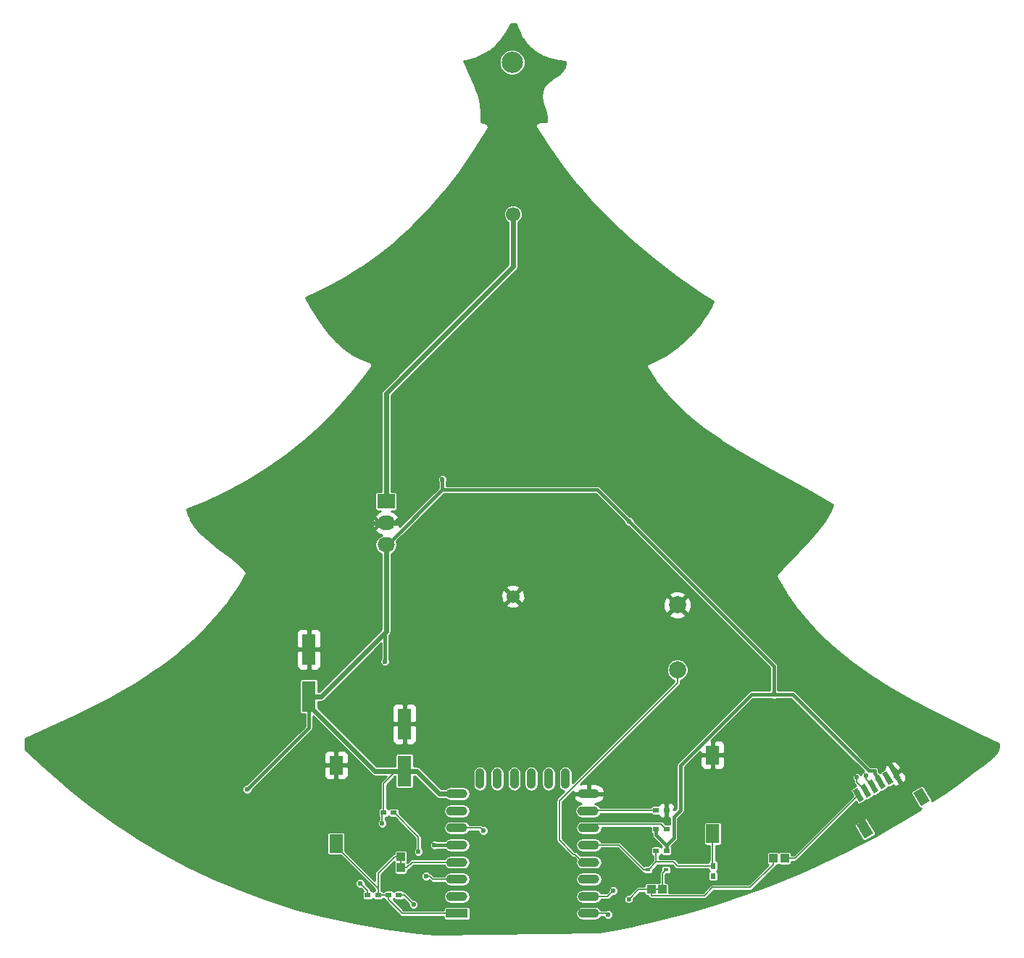
<source format=gbr>
G04 #@! TF.FileFunction,Copper,L2,Bot,Signal*
%FSLAX46Y46*%
G04 Gerber Fmt 4.6, Leading zero omitted, Abs format (unit mm)*
G04 Created by KiCad (PCBNEW 4.0.4-stable) date 12/07/16 00:48:56*
%MOMM*%
%LPD*%
G01*
G04 APERTURE LIST*
%ADD10C,0.100000*%
%ADD11R,1.600200X3.599180*%
%ADD12R,0.700000X0.600000*%
%ADD13R,0.590000X0.450000*%
%ADD14R,1.000000X1.000000*%
%ADD15R,2.032000X1.727200*%
%ADD16O,2.032000X1.727200*%
%ADD17R,0.600000X0.700000*%
%ADD18R,1.600000X2.180000*%
%ADD19C,2.000000*%
%ADD20R,2.500000X1.100000*%
%ADD21O,2.500000X1.100000*%
%ADD22O,1.100000X2.400000*%
%ADD23C,1.700000*%
%ADD24C,1.524000*%
%ADD25C,2.500000*%
%ADD26C,0.600000*%
%ADD27C,0.400000*%
%ADD28C,0.600000*%
%ADD29C,0.200000*%
%ADD30C,0.254000*%
G04 APERTURE END LIST*
D10*
D11*
X191750000Y-159050820D03*
X191750000Y-153549180D03*
X180575000Y-150325820D03*
X180575000Y-144824180D03*
D12*
X191100000Y-173575000D03*
X189900000Y-173575000D03*
D13*
X222280000Y-170600000D03*
X220170000Y-170600000D03*
D14*
X236150000Y-169250000D03*
X234850000Y-169250000D03*
X220575000Y-172875000D03*
X221875000Y-172875000D03*
D15*
X189600000Y-127500000D03*
D16*
X189600000Y-130040000D03*
X189600000Y-132580000D03*
D10*
G36*
X248943622Y-158525906D02*
X249718622Y-159868246D01*
X249199006Y-160168246D01*
X248424006Y-158825906D01*
X248943622Y-158525906D01*
X248943622Y-158525906D01*
G37*
G36*
X248077596Y-159025906D02*
X248852596Y-160368246D01*
X248332980Y-160668246D01*
X247557980Y-159325906D01*
X248077596Y-159025906D01*
X248077596Y-159025906D01*
G37*
G36*
X247211571Y-159525906D02*
X247986571Y-160868246D01*
X247466955Y-161168246D01*
X246691955Y-159825906D01*
X247211571Y-159525906D01*
X247211571Y-159525906D01*
G37*
G36*
X246345545Y-160025906D02*
X247120545Y-161368246D01*
X246600929Y-161668246D01*
X245825929Y-160325906D01*
X246345545Y-160025906D01*
X246345545Y-160025906D01*
G37*
G36*
X245479520Y-160525906D02*
X246254520Y-161868246D01*
X245734904Y-162168246D01*
X244959904Y-160825906D01*
X245479520Y-160525906D01*
X245479520Y-160525906D01*
G37*
G36*
X244613494Y-161025906D02*
X245388494Y-162368246D01*
X244868878Y-162668246D01*
X244093878Y-161325906D01*
X244613494Y-161025906D01*
X244613494Y-161025906D01*
G37*
G36*
X252204262Y-160973501D02*
X253104262Y-162532347D01*
X252065032Y-163132347D01*
X251165032Y-161573501D01*
X252204262Y-160973501D01*
X252204262Y-160973501D01*
G37*
G36*
X245622468Y-164773501D02*
X246522468Y-166332347D01*
X245483238Y-166932347D01*
X244583238Y-165373501D01*
X245622468Y-164773501D01*
X245622468Y-164773501D01*
G37*
D12*
X189300000Y-163925000D03*
X190500000Y-163925000D03*
X221150000Y-165825000D03*
X222350000Y-165825000D03*
X221150000Y-163650000D03*
X222350000Y-163650000D03*
D17*
X227775000Y-171325000D03*
X227775000Y-170125000D03*
D12*
X187450000Y-173575000D03*
X188650000Y-173575000D03*
X222350000Y-168400000D03*
X221150000Y-168400000D03*
D18*
X227747680Y-157172570D03*
X227752320Y-166377430D03*
X183747680Y-158347570D03*
X183752320Y-167552430D03*
D19*
X223625000Y-139625160D03*
X223625000Y-147224840D03*
D20*
X197875000Y-175700000D03*
D21*
X197875000Y-173700000D03*
X197875000Y-171700000D03*
X197875000Y-169700000D03*
X197875000Y-167700000D03*
X197875000Y-165700000D03*
X197875000Y-163700000D03*
X197875000Y-161700000D03*
D22*
X200565000Y-159950000D03*
X202565000Y-159950000D03*
X204565000Y-159950000D03*
X206565000Y-159950000D03*
X208565000Y-159950000D03*
X210565000Y-159950000D03*
D21*
X213275000Y-161700000D03*
X213175000Y-163700000D03*
X213275000Y-165700000D03*
X213275000Y-167700000D03*
X213275000Y-169700000D03*
X213275000Y-171700000D03*
X213275000Y-173700000D03*
X213275000Y-175700000D03*
D14*
X191300000Y-170350000D03*
X191300000Y-169050000D03*
D23*
X204425000Y-93945000D03*
D24*
X204425000Y-138645000D03*
D25*
X204325000Y-76175000D03*
D26*
X248350000Y-158175000D03*
X250025000Y-160575000D03*
X222425000Y-162350000D03*
X211075000Y-162325000D03*
X216250000Y-161625000D03*
X191725000Y-150625000D03*
X189900000Y-153500000D03*
X181425000Y-158425000D03*
X164200000Y-158025000D03*
X180475000Y-140500000D03*
X187250000Y-128450000D03*
X187225000Y-131750000D03*
X191575000Y-129025000D03*
X187000000Y-130000000D03*
X191250000Y-117925000D03*
X226625000Y-146875000D03*
X229550000Y-157175000D03*
X234900000Y-150100000D03*
X217975000Y-129875000D03*
X196175000Y-124925000D03*
X189475000Y-146250000D03*
X173350000Y-161200000D03*
X189150000Y-165150000D03*
X186575000Y-172175000D03*
X192800000Y-174650000D03*
X217950000Y-174025000D03*
X195250000Y-167725000D03*
X245650000Y-159600000D03*
X216150000Y-173025000D03*
X244600000Y-159775000D03*
X215550000Y-175850000D03*
X194250000Y-171325000D03*
X193375000Y-168475000D03*
X200950000Y-166000000D03*
D27*
X249071314Y-159347076D02*
X249071314Y-158896314D01*
X249071314Y-158896314D02*
X248350000Y-158175000D01*
X249071314Y-159347076D02*
X249071314Y-159621314D01*
X249071314Y-159621314D02*
X250025000Y-160575000D01*
X222350000Y-163650000D02*
X222350000Y-162425000D01*
X222350000Y-162425000D02*
X222425000Y-162350000D01*
X212575000Y-161700000D02*
X211700000Y-161700000D01*
X211700000Y-161700000D02*
X211075000Y-162325000D01*
X212575000Y-161700000D02*
X216175000Y-161700000D01*
X216175000Y-161700000D02*
X216250000Y-161625000D01*
X191750000Y-153549180D02*
X191750000Y-150650000D01*
X191750000Y-150650000D02*
X191725000Y-150625000D01*
X191750000Y-153549180D02*
X189949180Y-153549180D01*
X189949180Y-153549180D02*
X189900000Y-153500000D01*
X183747680Y-158347570D02*
X181502430Y-158347570D01*
X181502430Y-158347570D02*
X181425000Y-158425000D01*
X189600000Y-130040000D02*
X188840000Y-130040000D01*
X188840000Y-130040000D02*
X187250000Y-128450000D01*
X189600000Y-130040000D02*
X188935000Y-130040000D01*
X188935000Y-130040000D02*
X187225000Y-131750000D01*
X189600000Y-130040000D02*
X190560000Y-130040000D01*
X190560000Y-130040000D02*
X191575000Y-129025000D01*
X189600000Y-130040000D02*
X187040000Y-130040000D01*
X187040000Y-130040000D02*
X187000000Y-130000000D01*
X227747680Y-157172570D02*
X229547570Y-157172570D01*
X229547570Y-157172570D02*
X229550000Y-157175000D01*
X221150000Y-165825000D02*
X221150000Y-166525000D01*
X221150000Y-166525000D02*
X222325000Y-167700000D01*
X222325000Y-167700000D02*
X222350000Y-167700000D01*
X223200000Y-164400000D02*
X223200000Y-166850000D01*
X223200000Y-166850000D02*
X222350000Y-167700000D01*
X222350000Y-167700000D02*
X222350000Y-168400000D01*
X224000000Y-163600000D02*
X223200000Y-164400000D01*
X224000000Y-158400248D02*
X224000000Y-163600000D01*
X234900000Y-150100000D02*
X232300248Y-150100000D01*
X232300248Y-150100000D02*
X224000000Y-158400248D01*
X246950000Y-159625000D02*
X246950000Y-159957813D01*
X246950000Y-159957813D02*
X247339263Y-160347076D01*
X246650000Y-159325000D02*
X246950000Y-159625000D01*
X246650000Y-159000000D02*
X246650000Y-159325000D01*
X245992187Y-159000000D02*
X246650000Y-159000000D01*
X234900000Y-150100000D02*
X237092187Y-150100000D01*
X237092187Y-150100000D02*
X245992187Y-159000000D01*
X217975000Y-129875000D02*
X234900000Y-146800000D01*
X234900000Y-146800000D02*
X234900000Y-150100000D01*
X196175000Y-126157400D02*
X214257400Y-126157400D01*
X214257400Y-126157400D02*
X217975000Y-129875000D01*
X189600000Y-132580000D02*
X189752400Y-132580000D01*
X189752400Y-132580000D02*
X196175000Y-126157400D01*
X196175000Y-126157400D02*
X196175000Y-124925000D01*
X189475000Y-146250000D02*
X189475000Y-142825920D01*
X189475000Y-142825920D02*
X189600000Y-142700920D01*
X180575000Y-150325820D02*
X180575000Y-153975000D01*
X180575000Y-153975000D02*
X173350000Y-161200000D01*
D28*
X189600000Y-132580000D02*
X189600000Y-142700920D01*
X189600000Y-142700920D02*
X181975100Y-150325820D01*
X181975100Y-150325820D02*
X180575000Y-150325820D01*
X191750000Y-159050820D02*
X188300510Y-159050820D01*
X188300510Y-159050820D02*
X180575000Y-151325310D01*
X180575000Y-151325310D02*
X180575000Y-150325820D01*
X191750000Y-159050820D02*
X193150100Y-159050820D01*
X193150100Y-159050820D02*
X195799280Y-161700000D01*
X195799280Y-161700000D02*
X198575000Y-161700000D01*
D29*
X189300000Y-163925000D02*
X189300000Y-160500720D01*
X189300000Y-160500720D02*
X190749900Y-159050820D01*
X190749900Y-159050820D02*
X191750000Y-159050820D01*
X189150000Y-165150000D02*
X189150000Y-164075000D01*
X189150000Y-164075000D02*
X189300000Y-163925000D01*
X187450000Y-173575000D02*
X187450000Y-173050000D01*
X187450000Y-173050000D02*
X186575000Y-172175000D01*
D28*
X189600000Y-127500000D02*
X189600000Y-114900000D01*
X189600000Y-114900000D02*
X204425000Y-100075000D01*
X204425000Y-100075000D02*
X204425000Y-93945000D01*
D29*
X221875000Y-172875000D02*
X221875000Y-171005000D01*
X221875000Y-171005000D02*
X222280000Y-170600000D01*
X220575000Y-172875000D02*
X221875000Y-172875000D01*
X192800000Y-174650000D02*
X191725000Y-173575000D01*
X191725000Y-173575000D02*
X191100000Y-173575000D01*
X220575000Y-172875000D02*
X219100000Y-172875000D01*
X219100000Y-172875000D02*
X217950000Y-174025000D01*
X227750000Y-172650000D02*
X226774999Y-173625001D01*
X226774999Y-173625001D02*
X220625001Y-173625001D01*
X220625001Y-173625001D02*
X220575000Y-173575000D01*
X220575000Y-173575000D02*
X220575000Y-172875000D01*
X232150000Y-172650000D02*
X227750000Y-172650000D01*
X234850000Y-169250000D02*
X234850000Y-169950000D01*
X234850000Y-169950000D02*
X232150000Y-172650000D01*
X223625000Y-170125000D02*
X223190000Y-169690000D01*
X223190000Y-169690000D02*
X221150000Y-169690000D01*
X227775000Y-170125000D02*
X223625000Y-170125000D01*
X227752320Y-166377430D02*
X227752320Y-170102320D01*
X227752320Y-170102320D02*
X227775000Y-170125000D01*
X212575000Y-167700000D02*
X216775000Y-167700000D01*
X216775000Y-167700000D02*
X219675000Y-170600000D01*
X219675000Y-170600000D02*
X220170000Y-170600000D01*
X221150000Y-168400000D02*
X221150000Y-169690000D01*
X221150000Y-169690000D02*
X220240000Y-170600000D01*
X220240000Y-170600000D02*
X220170000Y-170600000D01*
X191300000Y-170350000D02*
X191300000Y-169050000D01*
X188650000Y-172740110D02*
X188650000Y-171000000D01*
X188650000Y-171000000D02*
X190600000Y-169050000D01*
X190600000Y-169050000D02*
X191300000Y-169050000D01*
X189900000Y-173575000D02*
X189900000Y-174075000D01*
X189900000Y-174075000D02*
X191525000Y-175700000D01*
X191525000Y-175700000D02*
X198575000Y-175700000D01*
X188650000Y-173575000D02*
X189900000Y-173575000D01*
X183752320Y-167552430D02*
X183752320Y-167842430D01*
X183752320Y-167842430D02*
X188650000Y-172740110D01*
X188650000Y-172740110D02*
X188650000Y-173075000D01*
X188650000Y-173075000D02*
X188650000Y-173575000D01*
X191300000Y-170350000D02*
X192000000Y-170350000D01*
X192000000Y-170350000D02*
X192650000Y-169700000D01*
X192650000Y-169700000D02*
X198575000Y-169700000D01*
X236150000Y-169250000D02*
X237338262Y-169250000D01*
X237338262Y-169250000D02*
X244741186Y-161847076D01*
D27*
X198575000Y-167700000D02*
X195275000Y-167700000D01*
X195275000Y-167700000D02*
X195250000Y-167725000D01*
D29*
X212575000Y-169700000D02*
X211674990Y-168799990D01*
X209825000Y-167125000D02*
X209825000Y-162500000D01*
X211674990Y-168799990D02*
X211499990Y-168799990D01*
X211499990Y-168799990D02*
X209825000Y-167125000D01*
X209825000Y-162500000D02*
X223625000Y-148700000D01*
X223625000Y-148700000D02*
X223625000Y-148639053D01*
X223625000Y-148639053D02*
X223625000Y-147224840D01*
X245650000Y-159600000D02*
X245650000Y-160023839D01*
X245650000Y-160023839D02*
X246473237Y-160847076D01*
X212575000Y-173700000D02*
X215475000Y-173700000D01*
X215475000Y-173700000D02*
X216150000Y-173025000D01*
X244600000Y-159775000D02*
X244600000Y-160339864D01*
X244600000Y-160339864D02*
X245607212Y-161347076D01*
X212575000Y-175700000D02*
X215400000Y-175700000D01*
X215400000Y-175700000D02*
X215550000Y-175850000D01*
X194250000Y-171325000D02*
X194674264Y-171325000D01*
X194674264Y-171325000D02*
X195049264Y-171700000D01*
X195049264Y-171700000D02*
X198575000Y-171700000D01*
X190500000Y-163925000D02*
X190550000Y-163925000D01*
X190550000Y-163925000D02*
X193375000Y-166750000D01*
X193375000Y-166750000D02*
X193375000Y-168475000D01*
X212575000Y-165700000D02*
X213000001Y-165274999D01*
X213000001Y-165274999D02*
X221749999Y-165274999D01*
X221749999Y-165274999D02*
X222300000Y-165825000D01*
X222300000Y-165825000D02*
X222350000Y-165825000D01*
X200950000Y-166000000D02*
X200650000Y-165700000D01*
X200650000Y-165700000D02*
X198575000Y-165700000D01*
X212575000Y-163700000D02*
X212625000Y-163650000D01*
X212625000Y-163650000D02*
X221150000Y-163650000D01*
D30*
G36*
X204881907Y-71976852D02*
X204887716Y-71987921D01*
X204889782Y-72000251D01*
X205085446Y-72516304D01*
X205092480Y-72527554D01*
X205095714Y-72540422D01*
X205312396Y-72997606D01*
X205320692Y-73008773D01*
X205325205Y-73021934D01*
X205572978Y-73448035D01*
X205582561Y-73458895D01*
X205588441Y-73472134D01*
X205855745Y-73851117D01*
X205866500Y-73861343D01*
X205873715Y-73874311D01*
X206170520Y-74223813D01*
X206182345Y-74233189D01*
X206190852Y-74245651D01*
X206508792Y-74557343D01*
X206521409Y-74565593D01*
X206531006Y-74577218D01*
X206877769Y-74860100D01*
X206897412Y-74870525D01*
X206913748Y-74885612D01*
X207687766Y-75359428D01*
X207714032Y-75369104D01*
X207737518Y-75384334D01*
X208636459Y-75742290D01*
X208661447Y-75746904D01*
X208684643Y-75757286D01*
X209729786Y-75995918D01*
X209750662Y-75996505D01*
X209770650Y-76002560D01*
X210536650Y-76077703D01*
X210539256Y-76103365D01*
X210531349Y-76331268D01*
X210423022Y-76748755D01*
X210199818Y-77115743D01*
X209813327Y-77499294D01*
X209149726Y-77983560D01*
X208743444Y-78273520D01*
X208733672Y-78283913D01*
X208721221Y-78290874D01*
X208358871Y-78599880D01*
X208340320Y-78623376D01*
X208317267Y-78642484D01*
X208034453Y-78990552D01*
X208012384Y-79032330D01*
X207986134Y-79071614D01*
X207817075Y-79479726D01*
X207807421Y-79528254D01*
X207793482Y-79575723D01*
X207744669Y-80121133D01*
X207749339Y-80164577D01*
X207748549Y-80208268D01*
X207843985Y-80737931D01*
X207853731Y-80762719D01*
X207857551Y-80789076D01*
X208105891Y-81490536D01*
X208264785Y-82034533D01*
X208327717Y-82670211D01*
X208290877Y-83110710D01*
X208126457Y-83130086D01*
X207534550Y-83139362D01*
X207519521Y-83142597D01*
X207504206Y-83141251D01*
X207457595Y-83155927D01*
X207409818Y-83166211D01*
X207397169Y-83174952D01*
X207382507Y-83179569D01*
X207221313Y-83267918D01*
X207214331Y-83273772D01*
X207205799Y-83276983D01*
X207165670Y-83314569D01*
X207123541Y-83349890D01*
X207119329Y-83357974D01*
X207112678Y-83364203D01*
X207089987Y-83414284D01*
X207064581Y-83463040D01*
X207063783Y-83472117D01*
X207060021Y-83480420D01*
X207058223Y-83535377D01*
X207053409Y-83590139D01*
X207056146Y-83598832D01*
X207055848Y-83607941D01*
X207075218Y-83659404D01*
X207091727Y-83711838D01*
X207097581Y-83718820D01*
X207100792Y-83727352D01*
X208555801Y-86067150D01*
X208562227Y-86074011D01*
X208566030Y-86082603D01*
X210164944Y-88355689D01*
X210171638Y-88362070D01*
X210175846Y-88370304D01*
X211926548Y-90585636D01*
X211933424Y-90591494D01*
X211937964Y-90599299D01*
X213850707Y-92765971D01*
X213857663Y-92771272D01*
X213862455Y-92778593D01*
X215950391Y-94906278D01*
X215957334Y-94911012D01*
X215962285Y-94917799D01*
X218242284Y-97017195D01*
X218249111Y-97021360D01*
X218254132Y-97027589D01*
X220748105Y-99111145D01*
X220754718Y-99114754D01*
X220759708Y-99120400D01*
X223496739Y-101203638D01*
X223503038Y-101206714D01*
X223507900Y-101211767D01*
X226528286Y-103315389D01*
X226532650Y-103317296D01*
X226536047Y-103320630D01*
X227811977Y-104156058D01*
X227533688Y-104689488D01*
X227091815Y-105448003D01*
X226640935Y-106142647D01*
X226160986Y-106807445D01*
X225670949Y-107418231D01*
X225152453Y-107999991D01*
X224621819Y-108535713D01*
X224062890Y-109042949D01*
X223488807Y-109510427D01*
X222886221Y-109949597D01*
X222264527Y-110353668D01*
X221613741Y-110729196D01*
X220939091Y-111072737D01*
X220230749Y-111388654D01*
X220213891Y-111395653D01*
X220188440Y-111412689D01*
X220160043Y-111424154D01*
X220135940Y-111447829D01*
X220107862Y-111466623D01*
X220090868Y-111492101D01*
X220069020Y-111513561D01*
X220055810Y-111544660D01*
X220037063Y-111572767D01*
X220031113Y-111602805D01*
X220019139Y-111630996D01*
X220018837Y-111664784D01*
X220012272Y-111697925D01*
X220018271Y-111727958D01*
X220017997Y-111758581D01*
X220030646Y-111789908D01*
X220037264Y-111823042D01*
X220054300Y-111848493D01*
X220065765Y-111876890D01*
X221045532Y-113372036D01*
X221055436Y-113382119D01*
X221061827Y-113394726D01*
X222189772Y-114831555D01*
X222200070Y-114840387D01*
X222207176Y-114851946D01*
X223498955Y-116245409D01*
X223509290Y-116252896D01*
X223516792Y-116263221D01*
X224995521Y-117630180D01*
X225005519Y-117636307D01*
X225013066Y-117645283D01*
X226713551Y-119007313D01*
X226722833Y-119012133D01*
X226730054Y-119019697D01*
X228708234Y-120408842D01*
X228716378Y-120412439D01*
X228722860Y-120418537D01*
X231081396Y-121892475D01*
X231087791Y-121894898D01*
X231092964Y-121899378D01*
X234074196Y-123595865D01*
X234077137Y-123596843D01*
X234079515Y-123598826D01*
X238759016Y-126147593D01*
X241774667Y-127883790D01*
X241416767Y-128744136D01*
X240813141Y-129812844D01*
X240037182Y-130890260D01*
X239020250Y-132059070D01*
X237541298Y-133568872D01*
X237540962Y-133569386D01*
X237540458Y-133569733D01*
X236377814Y-134765397D01*
X236372334Y-134773852D01*
X236364398Y-134780060D01*
X235273608Y-136047546D01*
X235268700Y-136056234D01*
X235261223Y-136062845D01*
X235237476Y-136111499D01*
X235210848Y-136158631D01*
X235209638Y-136168536D01*
X235205260Y-136177506D01*
X235201940Y-136231545D01*
X235195376Y-136285279D01*
X235198049Y-136294894D01*
X235197437Y-136304856D01*
X235215050Y-136356052D01*
X235229548Y-136408208D01*
X235235696Y-136416068D01*
X235238943Y-136425505D01*
X236265890Y-138187537D01*
X236274276Y-138197021D01*
X236279295Y-138208638D01*
X237444853Y-139897214D01*
X237453767Y-139905862D01*
X237459534Y-139916864D01*
X238772583Y-141543290D01*
X238781820Y-141550995D01*
X238788164Y-141561217D01*
X240261462Y-143136869D01*
X240270790Y-143143566D01*
X240277509Y-143152881D01*
X241928541Y-144689800D01*
X241937731Y-144695476D01*
X241944610Y-144703810D01*
X243797576Y-146215803D01*
X243806401Y-146220488D01*
X243813212Y-146227795D01*
X245902339Y-147732343D01*
X245910569Y-147736095D01*
X245917086Y-147742364D01*
X248293795Y-149264452D01*
X248301188Y-149267347D01*
X248307168Y-149272572D01*
X251056802Y-150853336D01*
X251063055Y-150855446D01*
X251068193Y-150859587D01*
X254358003Y-152580755D01*
X254362554Y-152582092D01*
X254366334Y-152584964D01*
X258648255Y-154671764D01*
X258649720Y-154672149D01*
X258650932Y-154673053D01*
X261156597Y-155866138D01*
X261177507Y-155964031D01*
X261189385Y-156159710D01*
X261121196Y-156537317D01*
X260934014Y-156888011D01*
X260580230Y-157273631D01*
X259964182Y-157759537D01*
X259518384Y-158094072D01*
X259516258Y-158096445D01*
X259513412Y-158097878D01*
X258030994Y-159255334D01*
X256518771Y-160385183D01*
X254979475Y-161485278D01*
X253407998Y-162559068D01*
X253378368Y-162578414D01*
X253384520Y-162497418D01*
X253348850Y-162391134D01*
X252448850Y-160832288D01*
X252380798Y-160753048D01*
X252281121Y-160701734D01*
X252169333Y-160693243D01*
X252063049Y-160728913D01*
X251023819Y-161328913D01*
X250944579Y-161396965D01*
X250893265Y-161496642D01*
X250884774Y-161608430D01*
X250920444Y-161714714D01*
X251820444Y-163273560D01*
X251888496Y-163352800D01*
X251988173Y-163404114D01*
X252099961Y-163412605D01*
X252101671Y-163412031D01*
X251809767Y-163602629D01*
X250179761Y-164619021D01*
X248523344Y-165604673D01*
X246835489Y-166562349D01*
X245121500Y-167488776D01*
X243376421Y-168386400D01*
X241605367Y-169252308D01*
X239803618Y-170088563D01*
X237976098Y-170892584D01*
X236118065Y-171666186D01*
X234234363Y-172407047D01*
X232320596Y-173116604D01*
X230381124Y-173792922D01*
X228411799Y-174437143D01*
X226416843Y-175047559D01*
X224392332Y-175625027D01*
X222342107Y-176168120D01*
X220262642Y-176677438D01*
X218157298Y-177151779D01*
X216022456Y-177591610D01*
X214417206Y-177898350D01*
X195276365Y-178114595D01*
X193341127Y-177922725D01*
X189548085Y-177428028D01*
X185895357Y-176793422D01*
X182371509Y-176021979D01*
X178966997Y-175116065D01*
X175672479Y-174077081D01*
X172478864Y-172905406D01*
X169377184Y-171600348D01*
X166358585Y-170160028D01*
X163414375Y-168581365D01*
X160535719Y-166859858D01*
X159936088Y-166462430D01*
X182669894Y-166462430D01*
X182669894Y-168642430D01*
X182689209Y-168745080D01*
X182749875Y-168839357D01*
X182842440Y-168902605D01*
X182952320Y-168924856D01*
X184301588Y-168924856D01*
X188273000Y-172896269D01*
X188273000Y-172997654D01*
X188197350Y-173011889D01*
X188103073Y-173072555D01*
X188049421Y-173151076D01*
X188002445Y-173078073D01*
X187909880Y-173014825D01*
X187816231Y-172995861D01*
X187798303Y-172905728D01*
X187716579Y-172783421D01*
X187151962Y-172218804D01*
X187152100Y-172060731D01*
X187064442Y-171848583D01*
X186902271Y-171686129D01*
X186690276Y-171598100D01*
X186460731Y-171597900D01*
X186248583Y-171685558D01*
X186086129Y-171847729D01*
X185998100Y-172059724D01*
X185997900Y-172289269D01*
X186085558Y-172501417D01*
X186247729Y-172663871D01*
X186459724Y-172751900D01*
X186618881Y-172752039D01*
X186925175Y-173058333D01*
X186903073Y-173072555D01*
X186839825Y-173165120D01*
X186817574Y-173275000D01*
X186817574Y-173875000D01*
X186836889Y-173977650D01*
X186897555Y-174071927D01*
X186990120Y-174135175D01*
X187100000Y-174157426D01*
X187800000Y-174157426D01*
X187902650Y-174138111D01*
X187996927Y-174077445D01*
X188050579Y-173998924D01*
X188097555Y-174071927D01*
X188190120Y-174135175D01*
X188300000Y-174157426D01*
X189000000Y-174157426D01*
X189102650Y-174138111D01*
X189196927Y-174077445D01*
X189260175Y-173984880D01*
X189266833Y-173952000D01*
X189282063Y-173952000D01*
X189286889Y-173977650D01*
X189347555Y-174071927D01*
X189440120Y-174135175D01*
X189538950Y-174155188D01*
X189551697Y-174219272D01*
X189633421Y-174341579D01*
X191258421Y-175966579D01*
X191380728Y-176048303D01*
X191525000Y-176077000D01*
X196342574Y-176077000D01*
X196342574Y-176250000D01*
X196361889Y-176352650D01*
X196422555Y-176446927D01*
X196515120Y-176510175D01*
X196625000Y-176532426D01*
X199125000Y-176532426D01*
X199227650Y-176513111D01*
X199321927Y-176452445D01*
X199385175Y-176359880D01*
X199407426Y-176250000D01*
X199407426Y-175700000D01*
X211718084Y-175700000D01*
X211781036Y-176016479D01*
X211960307Y-176284777D01*
X212228605Y-176464048D01*
X212545084Y-176527000D01*
X214004916Y-176527000D01*
X214321395Y-176464048D01*
X214589693Y-176284777D01*
X214728525Y-176077000D01*
X215019480Y-176077000D01*
X215060558Y-176176417D01*
X215222729Y-176338871D01*
X215434724Y-176426900D01*
X215664269Y-176427100D01*
X215876417Y-176339442D01*
X216038871Y-176177271D01*
X216126900Y-175965276D01*
X216127100Y-175735731D01*
X216039442Y-175523583D01*
X215877271Y-175361129D01*
X215665276Y-175273100D01*
X215435731Y-175272900D01*
X215314480Y-175323000D01*
X214728525Y-175323000D01*
X214589693Y-175115223D01*
X214321395Y-174935952D01*
X214004916Y-174873000D01*
X212545084Y-174873000D01*
X212228605Y-174935952D01*
X211960307Y-175115223D01*
X211781036Y-175383521D01*
X211718084Y-175700000D01*
X199407426Y-175700000D01*
X199407426Y-175150000D01*
X199388111Y-175047350D01*
X199327445Y-174953073D01*
X199234880Y-174889825D01*
X199125000Y-174867574D01*
X196625000Y-174867574D01*
X196522350Y-174886889D01*
X196428073Y-174947555D01*
X196364825Y-175040120D01*
X196342574Y-175150000D01*
X196342574Y-175323000D01*
X191681158Y-175323000D01*
X190440037Y-174081879D01*
X190446927Y-174077445D01*
X190500579Y-173998924D01*
X190547555Y-174071927D01*
X190640120Y-174135175D01*
X190750000Y-174157426D01*
X191450000Y-174157426D01*
X191552650Y-174138111D01*
X191646927Y-174077445D01*
X191666151Y-174049310D01*
X192223038Y-174606196D01*
X192222900Y-174764269D01*
X192310558Y-174976417D01*
X192472729Y-175138871D01*
X192684724Y-175226900D01*
X192914269Y-175227100D01*
X193126417Y-175139442D01*
X193288871Y-174977271D01*
X193376900Y-174765276D01*
X193377100Y-174535731D01*
X193289442Y-174323583D01*
X193127271Y-174161129D01*
X192915276Y-174073100D01*
X192756120Y-174072961D01*
X192383159Y-173700000D01*
X196318084Y-173700000D01*
X196381036Y-174016479D01*
X196560307Y-174284777D01*
X196828605Y-174464048D01*
X197145084Y-174527000D01*
X198604916Y-174527000D01*
X198921395Y-174464048D01*
X199189693Y-174284777D01*
X199368964Y-174016479D01*
X199431916Y-173700000D01*
X211718084Y-173700000D01*
X211781036Y-174016479D01*
X211960307Y-174284777D01*
X212228605Y-174464048D01*
X212545084Y-174527000D01*
X214004916Y-174527000D01*
X214321395Y-174464048D01*
X214589693Y-174284777D01*
X214728525Y-174077000D01*
X215475000Y-174077000D01*
X215619272Y-174048303D01*
X215741579Y-173966579D01*
X216106196Y-173601962D01*
X216264269Y-173602100D01*
X216476417Y-173514442D01*
X216638871Y-173352271D01*
X216726900Y-173140276D01*
X216727100Y-172910731D01*
X216639442Y-172698583D01*
X216477271Y-172536129D01*
X216265276Y-172448100D01*
X216035731Y-172447900D01*
X215823583Y-172535558D01*
X215661129Y-172697729D01*
X215573100Y-172909724D01*
X215572961Y-173068881D01*
X215318842Y-173323000D01*
X214728525Y-173323000D01*
X214589693Y-173115223D01*
X214321395Y-172935952D01*
X214004916Y-172873000D01*
X212545084Y-172873000D01*
X212228605Y-172935952D01*
X211960307Y-173115223D01*
X211781036Y-173383521D01*
X211718084Y-173700000D01*
X199431916Y-173700000D01*
X199368964Y-173383521D01*
X199189693Y-173115223D01*
X198921395Y-172935952D01*
X198604916Y-172873000D01*
X197145084Y-172873000D01*
X196828605Y-172935952D01*
X196560307Y-173115223D01*
X196381036Y-173383521D01*
X196318084Y-173700000D01*
X192383159Y-173700000D01*
X191991579Y-173308421D01*
X191869272Y-173226697D01*
X191725000Y-173198000D01*
X191717937Y-173198000D01*
X191713111Y-173172350D01*
X191652445Y-173078073D01*
X191559880Y-173014825D01*
X191450000Y-172992574D01*
X190750000Y-172992574D01*
X190647350Y-173011889D01*
X190553073Y-173072555D01*
X190499421Y-173151076D01*
X190452445Y-173078073D01*
X190359880Y-173014825D01*
X190250000Y-172992574D01*
X189550000Y-172992574D01*
X189447350Y-173011889D01*
X189353073Y-173072555D01*
X189289825Y-173165120D01*
X189283167Y-173198000D01*
X189267937Y-173198000D01*
X189263111Y-173172350D01*
X189202445Y-173078073D01*
X189109880Y-173014825D01*
X189027000Y-172998042D01*
X189027000Y-171439269D01*
X193672900Y-171439269D01*
X193760558Y-171651417D01*
X193922729Y-171813871D01*
X194134724Y-171901900D01*
X194364269Y-171902100D01*
X194576417Y-171814442D01*
X194603506Y-171787400D01*
X194782685Y-171966579D01*
X194904992Y-172048303D01*
X195049264Y-172077000D01*
X196421475Y-172077000D01*
X196560307Y-172284777D01*
X196828605Y-172464048D01*
X197145084Y-172527000D01*
X198604916Y-172527000D01*
X198921395Y-172464048D01*
X199189693Y-172284777D01*
X199368964Y-172016479D01*
X199431916Y-171700000D01*
X211718084Y-171700000D01*
X211781036Y-172016479D01*
X211960307Y-172284777D01*
X212228605Y-172464048D01*
X212545084Y-172527000D01*
X214004916Y-172527000D01*
X214321395Y-172464048D01*
X214589693Y-172284777D01*
X214768964Y-172016479D01*
X214831916Y-171700000D01*
X214768964Y-171383521D01*
X214589693Y-171115223D01*
X214321395Y-170935952D01*
X214004916Y-170873000D01*
X212545084Y-170873000D01*
X212228605Y-170935952D01*
X211960307Y-171115223D01*
X211781036Y-171383521D01*
X211718084Y-171700000D01*
X199431916Y-171700000D01*
X199368964Y-171383521D01*
X199189693Y-171115223D01*
X198921395Y-170935952D01*
X198604916Y-170873000D01*
X197145084Y-170873000D01*
X196828605Y-170935952D01*
X196560307Y-171115223D01*
X196421475Y-171323000D01*
X195205422Y-171323000D01*
X194940843Y-171058421D01*
X194818536Y-170976697D01*
X194692585Y-170951644D01*
X194577271Y-170836129D01*
X194365276Y-170748100D01*
X194135731Y-170747900D01*
X193923583Y-170835558D01*
X193761129Y-170997729D01*
X193673100Y-171209724D01*
X193672900Y-171439269D01*
X189027000Y-171439269D01*
X189027000Y-171156158D01*
X190535879Y-169647280D01*
X190536889Y-169652650D01*
X190567300Y-169699910D01*
X190539825Y-169740120D01*
X190517574Y-169850000D01*
X190517574Y-170850000D01*
X190536889Y-170952650D01*
X190597555Y-171046927D01*
X190690120Y-171110175D01*
X190800000Y-171132426D01*
X191800000Y-171132426D01*
X191902650Y-171113111D01*
X191996927Y-171052445D01*
X192060175Y-170959880D01*
X192082426Y-170850000D01*
X192082426Y-170710605D01*
X192144272Y-170698303D01*
X192266579Y-170616579D01*
X192806158Y-170077000D01*
X196421475Y-170077000D01*
X196560307Y-170284777D01*
X196828605Y-170464048D01*
X197145084Y-170527000D01*
X198604916Y-170527000D01*
X198921395Y-170464048D01*
X199189693Y-170284777D01*
X199368964Y-170016479D01*
X199431916Y-169700000D01*
X199368964Y-169383521D01*
X199189693Y-169115223D01*
X198921395Y-168935952D01*
X198604916Y-168873000D01*
X197145084Y-168873000D01*
X196828605Y-168935952D01*
X196560307Y-169115223D01*
X196421475Y-169323000D01*
X192650000Y-169323000D01*
X192505728Y-169351697D01*
X192383421Y-169433421D01*
X192064122Y-169752720D01*
X192063111Y-169747350D01*
X192032700Y-169700090D01*
X192060175Y-169659880D01*
X192082426Y-169550000D01*
X192082426Y-168550000D01*
X192063111Y-168447350D01*
X192002445Y-168353073D01*
X191909880Y-168289825D01*
X191800000Y-168267574D01*
X190800000Y-168267574D01*
X190697350Y-168286889D01*
X190603073Y-168347555D01*
X190539825Y-168440120D01*
X190517574Y-168550000D01*
X190517574Y-168689395D01*
X190464260Y-168700000D01*
X190455728Y-168701697D01*
X190333420Y-168783421D01*
X188383421Y-170733421D01*
X188301697Y-170855728D01*
X188273000Y-171000000D01*
X188273000Y-171829951D01*
X184834746Y-168391698D01*
X184834746Y-166462430D01*
X184815431Y-166359780D01*
X184754765Y-166265503D01*
X184662200Y-166202255D01*
X184552320Y-166180004D01*
X182952320Y-166180004D01*
X182849670Y-166199319D01*
X182755393Y-166259985D01*
X182692145Y-166352550D01*
X182669894Y-166462430D01*
X159936088Y-166462430D01*
X157713672Y-164989443D01*
X154939007Y-162962328D01*
X152882773Y-161314269D01*
X172772900Y-161314269D01*
X172860558Y-161526417D01*
X173022729Y-161688871D01*
X173234724Y-161776900D01*
X173464269Y-161777100D01*
X173676417Y-161689442D01*
X173838871Y-161527271D01*
X173926900Y-161315276D01*
X173926915Y-161297665D01*
X176591260Y-158633320D01*
X182312680Y-158633320D01*
X182312680Y-159563879D01*
X182409353Y-159797268D01*
X182587981Y-159975897D01*
X182821370Y-160072570D01*
X183461930Y-160072570D01*
X183620680Y-159913820D01*
X183620680Y-158474570D01*
X183874680Y-158474570D01*
X183874680Y-159913820D01*
X184033430Y-160072570D01*
X184673990Y-160072570D01*
X184907379Y-159975897D01*
X185086007Y-159797268D01*
X185182680Y-159563879D01*
X185182680Y-158633320D01*
X185023930Y-158474570D01*
X183874680Y-158474570D01*
X183620680Y-158474570D01*
X182471430Y-158474570D01*
X182312680Y-158633320D01*
X176591260Y-158633320D01*
X178093319Y-157131261D01*
X182312680Y-157131261D01*
X182312680Y-158061820D01*
X182471430Y-158220570D01*
X183620680Y-158220570D01*
X183620680Y-156781320D01*
X183874680Y-156781320D01*
X183874680Y-158220570D01*
X185023930Y-158220570D01*
X185182680Y-158061820D01*
X185182680Y-157131261D01*
X185086007Y-156897872D01*
X184907379Y-156719243D01*
X184673990Y-156622570D01*
X184033430Y-156622570D01*
X183874680Y-156781320D01*
X183620680Y-156781320D01*
X183461930Y-156622570D01*
X182821370Y-156622570D01*
X182587981Y-156719243D01*
X182409353Y-156897872D01*
X182312680Y-157131261D01*
X178093319Y-157131261D01*
X180912290Y-154312290D01*
X181015691Y-154157540D01*
X181052000Y-153975000D01*
X181052000Y-152618312D01*
X187892509Y-159458821D01*
X188079702Y-159583898D01*
X188300510Y-159627821D01*
X188300515Y-159627820D01*
X189639742Y-159627820D01*
X189033421Y-160234141D01*
X188951697Y-160356448D01*
X188923000Y-160500720D01*
X188923000Y-163347654D01*
X188847350Y-163361889D01*
X188753073Y-163422555D01*
X188689825Y-163515120D01*
X188667574Y-163625000D01*
X188667574Y-164225000D01*
X188686889Y-164327650D01*
X188747555Y-164421927D01*
X188773000Y-164439313D01*
X188773000Y-164711053D01*
X188661129Y-164822729D01*
X188573100Y-165034724D01*
X188572900Y-165264269D01*
X188660558Y-165476417D01*
X188822729Y-165638871D01*
X189034724Y-165726900D01*
X189264269Y-165727100D01*
X189476417Y-165639442D01*
X189638871Y-165477271D01*
X189726900Y-165265276D01*
X189727100Y-165035731D01*
X189639442Y-164823583D01*
X189527000Y-164710945D01*
X189527000Y-164507426D01*
X189650000Y-164507426D01*
X189752650Y-164488111D01*
X189846927Y-164427445D01*
X189900579Y-164348924D01*
X189947555Y-164421927D01*
X190040120Y-164485175D01*
X190150000Y-164507426D01*
X190599268Y-164507426D01*
X192998000Y-166906158D01*
X192998000Y-168036053D01*
X192886129Y-168147729D01*
X192798100Y-168359724D01*
X192797900Y-168589269D01*
X192885558Y-168801417D01*
X193047729Y-168963871D01*
X193259724Y-169051900D01*
X193489269Y-169052100D01*
X193701417Y-168964442D01*
X193863871Y-168802271D01*
X193951900Y-168590276D01*
X193952100Y-168360731D01*
X193864442Y-168148583D01*
X193752000Y-168035945D01*
X193752000Y-167839269D01*
X194672900Y-167839269D01*
X194760558Y-168051417D01*
X194922729Y-168213871D01*
X195134724Y-168301900D01*
X195364269Y-168302100D01*
X195576417Y-168214442D01*
X195613924Y-168177000D01*
X196488293Y-168177000D01*
X196560307Y-168284777D01*
X196828605Y-168464048D01*
X197145084Y-168527000D01*
X198604916Y-168527000D01*
X198921395Y-168464048D01*
X199189693Y-168284777D01*
X199368964Y-168016479D01*
X199431916Y-167700000D01*
X199368964Y-167383521D01*
X199189693Y-167115223D01*
X198921395Y-166935952D01*
X198604916Y-166873000D01*
X197145084Y-166873000D01*
X196828605Y-166935952D01*
X196560307Y-167115223D01*
X196488293Y-167223000D01*
X195545653Y-167223000D01*
X195365276Y-167148100D01*
X195135731Y-167147900D01*
X194923583Y-167235558D01*
X194761129Y-167397729D01*
X194673100Y-167609724D01*
X194672900Y-167839269D01*
X193752000Y-167839269D01*
X193752000Y-166750000D01*
X193723303Y-166605728D01*
X193641579Y-166483421D01*
X192858158Y-165700000D01*
X196318084Y-165700000D01*
X196381036Y-166016479D01*
X196560307Y-166284777D01*
X196828605Y-166464048D01*
X197145084Y-166527000D01*
X198604916Y-166527000D01*
X198921395Y-166464048D01*
X199189693Y-166284777D01*
X199328525Y-166077000D01*
X200372932Y-166077000D01*
X200372900Y-166114269D01*
X200460558Y-166326417D01*
X200622729Y-166488871D01*
X200834724Y-166576900D01*
X201064269Y-166577100D01*
X201276417Y-166489442D01*
X201438871Y-166327271D01*
X201526900Y-166115276D01*
X201527100Y-165885731D01*
X201439442Y-165673583D01*
X201277271Y-165511129D01*
X201065276Y-165423100D01*
X200900918Y-165422957D01*
X200794272Y-165351697D01*
X200650000Y-165323000D01*
X199328525Y-165323000D01*
X199189693Y-165115223D01*
X198921395Y-164935952D01*
X198604916Y-164873000D01*
X197145084Y-164873000D01*
X196828605Y-164935952D01*
X196560307Y-165115223D01*
X196381036Y-165383521D01*
X196318084Y-165700000D01*
X192858158Y-165700000D01*
X191132426Y-163974268D01*
X191132426Y-163700000D01*
X196318084Y-163700000D01*
X196381036Y-164016479D01*
X196560307Y-164284777D01*
X196828605Y-164464048D01*
X197145084Y-164527000D01*
X198604916Y-164527000D01*
X198921395Y-164464048D01*
X199189693Y-164284777D01*
X199368964Y-164016479D01*
X199431916Y-163700000D01*
X199368964Y-163383521D01*
X199189693Y-163115223D01*
X198921395Y-162935952D01*
X198604916Y-162873000D01*
X197145084Y-162873000D01*
X196828605Y-162935952D01*
X196560307Y-163115223D01*
X196381036Y-163383521D01*
X196318084Y-163700000D01*
X191132426Y-163700000D01*
X191132426Y-163625000D01*
X191113111Y-163522350D01*
X191052445Y-163428073D01*
X190959880Y-163364825D01*
X190850000Y-163342574D01*
X190150000Y-163342574D01*
X190047350Y-163361889D01*
X189953073Y-163422555D01*
X189899421Y-163501076D01*
X189852445Y-163428073D01*
X189759880Y-163364825D01*
X189677000Y-163348042D01*
X189677000Y-160656878D01*
X190667474Y-159666404D01*
X190667474Y-160850410D01*
X190686789Y-160953060D01*
X190747455Y-161047337D01*
X190840020Y-161110585D01*
X190949900Y-161132836D01*
X192550100Y-161132836D01*
X192652750Y-161113521D01*
X192747027Y-161052855D01*
X192810275Y-160960290D01*
X192832526Y-160850410D01*
X192832526Y-159627820D01*
X192911098Y-159627820D01*
X195391277Y-162107998D01*
X195391279Y-162108001D01*
X195578472Y-162233078D01*
X195799280Y-162277000D01*
X196555111Y-162277000D01*
X196560307Y-162284777D01*
X196828605Y-162464048D01*
X197145084Y-162527000D01*
X198604916Y-162527000D01*
X198740653Y-162500000D01*
X209448000Y-162500000D01*
X209448000Y-167125000D01*
X209476697Y-167269272D01*
X209558421Y-167391579D01*
X211233411Y-169066570D01*
X211292016Y-169105728D01*
X211355718Y-169148293D01*
X211499990Y-169176990D01*
X211518832Y-169176990D01*
X211771799Y-169429958D01*
X211718084Y-169700000D01*
X211781036Y-170016479D01*
X211960307Y-170284777D01*
X212228605Y-170464048D01*
X212545084Y-170527000D01*
X214004916Y-170527000D01*
X214321395Y-170464048D01*
X214589693Y-170284777D01*
X214768964Y-170016479D01*
X214831916Y-169700000D01*
X214768964Y-169383521D01*
X214589693Y-169115223D01*
X214321395Y-168935952D01*
X214004916Y-168873000D01*
X212545084Y-168873000D01*
X212324947Y-168916788D01*
X211941569Y-168533411D01*
X211819262Y-168451687D01*
X211674990Y-168422990D01*
X211656149Y-168422990D01*
X210202000Y-166968842D01*
X210202000Y-162656158D01*
X210848414Y-162009744D01*
X211431197Y-162009744D01*
X211431602Y-162036146D01*
X211647276Y-162448118D01*
X212004187Y-162746196D01*
X212423414Y-162877311D01*
X212128605Y-162935952D01*
X211860307Y-163115223D01*
X211681036Y-163383521D01*
X211618084Y-163700000D01*
X211681036Y-164016479D01*
X211860307Y-164284777D01*
X212128605Y-164464048D01*
X212445084Y-164527000D01*
X213904916Y-164527000D01*
X214221395Y-164464048D01*
X214489693Y-164284777D01*
X214661934Y-164027000D01*
X220532063Y-164027000D01*
X220536889Y-164052650D01*
X220597555Y-164146927D01*
X220690120Y-164210175D01*
X220800000Y-164232426D01*
X221429665Y-164232426D01*
X221461673Y-164309699D01*
X221640302Y-164488327D01*
X221873691Y-164585000D01*
X222064250Y-164585000D01*
X222223000Y-164426250D01*
X222223000Y-163777000D01*
X222203000Y-163777000D01*
X222203000Y-163523000D01*
X222223000Y-163523000D01*
X222223000Y-162873750D01*
X222064250Y-162715000D01*
X221873691Y-162715000D01*
X221640302Y-162811673D01*
X221461673Y-162990301D01*
X221429665Y-163067574D01*
X220800000Y-163067574D01*
X220697350Y-163086889D01*
X220603073Y-163147555D01*
X220539825Y-163240120D01*
X220533167Y-163273000D01*
X214595116Y-163273000D01*
X214489693Y-163115223D01*
X214221395Y-162935952D01*
X213965244Y-162885000D01*
X214102000Y-162885000D01*
X214545813Y-162746196D01*
X214902724Y-162448118D01*
X215118398Y-162036146D01*
X215118803Y-162009744D01*
X214993361Y-161827000D01*
X213402000Y-161827000D01*
X213402000Y-161847000D01*
X213148000Y-161847000D01*
X213148000Y-161827000D01*
X211556639Y-161827000D01*
X211431197Y-162009744D01*
X210848414Y-162009744D01*
X211446137Y-161412021D01*
X211556639Y-161573000D01*
X213148000Y-161573000D01*
X213148000Y-160515000D01*
X213402000Y-160515000D01*
X213402000Y-161573000D01*
X214993361Y-161573000D01*
X215118803Y-161390256D01*
X215118398Y-161363854D01*
X214902724Y-160951882D01*
X214545813Y-160653804D01*
X214102000Y-160515000D01*
X213402000Y-160515000D01*
X213148000Y-160515000D01*
X212448000Y-160515000D01*
X212295446Y-160562712D01*
X223891579Y-148966579D01*
X223973303Y-148844272D01*
X224002000Y-148700000D01*
X224002000Y-148450783D01*
X224347417Y-148308059D01*
X224706957Y-147949147D01*
X224901778Y-147479965D01*
X224902221Y-146971943D01*
X224708219Y-146502423D01*
X224349307Y-146142883D01*
X223880125Y-145948062D01*
X223372103Y-145947619D01*
X222902583Y-146141621D01*
X222543043Y-146500533D01*
X222348222Y-146969715D01*
X222347779Y-147477737D01*
X222541781Y-147947257D01*
X222900693Y-148306797D01*
X223248000Y-148451011D01*
X223248000Y-148543842D01*
X211392000Y-160399842D01*
X211392000Y-159271064D01*
X211329048Y-158954585D01*
X211149777Y-158686287D01*
X210881479Y-158507016D01*
X210565000Y-158444064D01*
X210248521Y-158507016D01*
X209980223Y-158686287D01*
X209800952Y-158954585D01*
X209738000Y-159271064D01*
X209738000Y-160628936D01*
X209800952Y-160945415D01*
X209980223Y-161213713D01*
X210248521Y-161392984D01*
X210373915Y-161417927D01*
X209558421Y-162233421D01*
X209476697Y-162355728D01*
X209448000Y-162500000D01*
X198740653Y-162500000D01*
X198921395Y-162464048D01*
X199189693Y-162284777D01*
X199368964Y-162016479D01*
X199431916Y-161700000D01*
X199368964Y-161383521D01*
X199189693Y-161115223D01*
X198921395Y-160935952D01*
X198604916Y-160873000D01*
X197145084Y-160873000D01*
X196828605Y-160935952D01*
X196560307Y-161115223D01*
X196555111Y-161123000D01*
X196038281Y-161123000D01*
X194186346Y-159271064D01*
X199738000Y-159271064D01*
X199738000Y-160628936D01*
X199800952Y-160945415D01*
X199980223Y-161213713D01*
X200248521Y-161392984D01*
X200565000Y-161455936D01*
X200881479Y-161392984D01*
X201149777Y-161213713D01*
X201329048Y-160945415D01*
X201392000Y-160628936D01*
X201392000Y-159271064D01*
X201738000Y-159271064D01*
X201738000Y-160628936D01*
X201800952Y-160945415D01*
X201980223Y-161213713D01*
X202248521Y-161392984D01*
X202565000Y-161455936D01*
X202881479Y-161392984D01*
X203149777Y-161213713D01*
X203329048Y-160945415D01*
X203392000Y-160628936D01*
X203392000Y-159271064D01*
X203738000Y-159271064D01*
X203738000Y-160628936D01*
X203800952Y-160945415D01*
X203980223Y-161213713D01*
X204248521Y-161392984D01*
X204565000Y-161455936D01*
X204881479Y-161392984D01*
X205149777Y-161213713D01*
X205329048Y-160945415D01*
X205392000Y-160628936D01*
X205392000Y-159271064D01*
X205738000Y-159271064D01*
X205738000Y-160628936D01*
X205800952Y-160945415D01*
X205980223Y-161213713D01*
X206248521Y-161392984D01*
X206565000Y-161455936D01*
X206881479Y-161392984D01*
X207149777Y-161213713D01*
X207329048Y-160945415D01*
X207392000Y-160628936D01*
X207392000Y-159271064D01*
X207738000Y-159271064D01*
X207738000Y-160628936D01*
X207800952Y-160945415D01*
X207980223Y-161213713D01*
X208248521Y-161392984D01*
X208565000Y-161455936D01*
X208881479Y-161392984D01*
X209149777Y-161213713D01*
X209329048Y-160945415D01*
X209392000Y-160628936D01*
X209392000Y-159271064D01*
X209329048Y-158954585D01*
X209149777Y-158686287D01*
X208881479Y-158507016D01*
X208565000Y-158444064D01*
X208248521Y-158507016D01*
X207980223Y-158686287D01*
X207800952Y-158954585D01*
X207738000Y-159271064D01*
X207392000Y-159271064D01*
X207329048Y-158954585D01*
X207149777Y-158686287D01*
X206881479Y-158507016D01*
X206565000Y-158444064D01*
X206248521Y-158507016D01*
X205980223Y-158686287D01*
X205800952Y-158954585D01*
X205738000Y-159271064D01*
X205392000Y-159271064D01*
X205329048Y-158954585D01*
X205149777Y-158686287D01*
X204881479Y-158507016D01*
X204565000Y-158444064D01*
X204248521Y-158507016D01*
X203980223Y-158686287D01*
X203800952Y-158954585D01*
X203738000Y-159271064D01*
X203392000Y-159271064D01*
X203329048Y-158954585D01*
X203149777Y-158686287D01*
X202881479Y-158507016D01*
X202565000Y-158444064D01*
X202248521Y-158507016D01*
X201980223Y-158686287D01*
X201800952Y-158954585D01*
X201738000Y-159271064D01*
X201392000Y-159271064D01*
X201329048Y-158954585D01*
X201149777Y-158686287D01*
X200881479Y-158507016D01*
X200565000Y-158444064D01*
X200248521Y-158507016D01*
X199980223Y-158686287D01*
X199800952Y-158954585D01*
X199738000Y-159271064D01*
X194186346Y-159271064D01*
X193558101Y-158642819D01*
X193370908Y-158517742D01*
X193150100Y-158473819D01*
X193150095Y-158473820D01*
X192832526Y-158473820D01*
X192832526Y-157251230D01*
X192813211Y-157148580D01*
X192752545Y-157054303D01*
X192659980Y-156991055D01*
X192550100Y-156968804D01*
X190949900Y-156968804D01*
X190847250Y-156988119D01*
X190752973Y-157048785D01*
X190689725Y-157141350D01*
X190667474Y-157251230D01*
X190667474Y-158473820D01*
X188539512Y-158473820D01*
X183900622Y-153834930D01*
X190314900Y-153834930D01*
X190314900Y-155475079D01*
X190411573Y-155708468D01*
X190590201Y-155887097D01*
X190823590Y-155983770D01*
X191464250Y-155983770D01*
X191623000Y-155825020D01*
X191623000Y-153676180D01*
X191877000Y-153676180D01*
X191877000Y-155825020D01*
X192035750Y-155983770D01*
X192676410Y-155983770D01*
X192909799Y-155887097D01*
X193088427Y-155708468D01*
X193185100Y-155475079D01*
X193185100Y-153834930D01*
X193026350Y-153676180D01*
X191877000Y-153676180D01*
X191623000Y-153676180D01*
X190473650Y-153676180D01*
X190314900Y-153834930D01*
X183900622Y-153834930D01*
X181688973Y-151623281D01*
X190314900Y-151623281D01*
X190314900Y-153263430D01*
X190473650Y-153422180D01*
X191623000Y-153422180D01*
X191623000Y-151273340D01*
X191877000Y-151273340D01*
X191877000Y-153422180D01*
X193026350Y-153422180D01*
X193185100Y-153263430D01*
X193185100Y-151623281D01*
X193088427Y-151389892D01*
X192909799Y-151211263D01*
X192676410Y-151114590D01*
X192035750Y-151114590D01*
X191877000Y-151273340D01*
X191623000Y-151273340D01*
X191464250Y-151114590D01*
X190823590Y-151114590D01*
X190590201Y-151211263D01*
X190411573Y-151389892D01*
X190314900Y-151623281D01*
X181688973Y-151623281D01*
X181657526Y-151591834D01*
X181657526Y-150902820D01*
X181975095Y-150902820D01*
X181975100Y-150902821D01*
X182195908Y-150858898D01*
X182383101Y-150733821D01*
X188998000Y-144118922D01*
X188998000Y-145910879D01*
X188986129Y-145922729D01*
X188898100Y-146134724D01*
X188897900Y-146364269D01*
X188985558Y-146576417D01*
X189147729Y-146738871D01*
X189359724Y-146826900D01*
X189589269Y-146827100D01*
X189801417Y-146739442D01*
X189963871Y-146577271D01*
X190051900Y-146365276D01*
X190052100Y-146135731D01*
X189964442Y-145923583D01*
X189952000Y-145911119D01*
X189952000Y-143164922D01*
X190008001Y-143108921D01*
X190133078Y-142921728D01*
X190177001Y-142700920D01*
X190177000Y-142700915D01*
X190177000Y-140777692D01*
X222652073Y-140777692D01*
X222750736Y-141044547D01*
X223360461Y-141271068D01*
X224010460Y-141247016D01*
X224499264Y-141044547D01*
X224597927Y-140777692D01*
X223625000Y-139804765D01*
X222652073Y-140777692D01*
X190177000Y-140777692D01*
X190177000Y-139625213D01*
X203624392Y-139625213D01*
X203693857Y-139867397D01*
X204217302Y-140054144D01*
X204772368Y-140026362D01*
X205156143Y-139867397D01*
X205225608Y-139625213D01*
X204425000Y-138824605D01*
X203624392Y-139625213D01*
X190177000Y-139625213D01*
X190177000Y-138437302D01*
X203015856Y-138437302D01*
X203043638Y-138992368D01*
X203202603Y-139376143D01*
X203444787Y-139445608D01*
X204245395Y-138645000D01*
X204604605Y-138645000D01*
X205405213Y-139445608D01*
X205647397Y-139376143D01*
X205652934Y-139360621D01*
X221979092Y-139360621D01*
X222003144Y-140010620D01*
X222205613Y-140499424D01*
X222472468Y-140598087D01*
X223445395Y-139625160D01*
X223804605Y-139625160D01*
X224777532Y-140598087D01*
X225044387Y-140499424D01*
X225270908Y-139889699D01*
X225246856Y-139239700D01*
X225044387Y-138750896D01*
X224777532Y-138652233D01*
X223804605Y-139625160D01*
X223445395Y-139625160D01*
X222472468Y-138652233D01*
X222205613Y-138750896D01*
X221979092Y-139360621D01*
X205652934Y-139360621D01*
X205834144Y-138852698D01*
X205815121Y-138472628D01*
X222652073Y-138472628D01*
X223625000Y-139445555D01*
X224597927Y-138472628D01*
X224499264Y-138205773D01*
X223889539Y-137979252D01*
X223239540Y-138003304D01*
X222750736Y-138205773D01*
X222652073Y-138472628D01*
X205815121Y-138472628D01*
X205806362Y-138297632D01*
X205647397Y-137913857D01*
X205405213Y-137844392D01*
X204604605Y-138645000D01*
X204245395Y-138645000D01*
X203444787Y-137844392D01*
X203202603Y-137913857D01*
X203015856Y-138437302D01*
X190177000Y-138437302D01*
X190177000Y-137664787D01*
X203624392Y-137664787D01*
X204425000Y-138465395D01*
X205225608Y-137664787D01*
X205156143Y-137422603D01*
X204632698Y-137235856D01*
X204077632Y-137263638D01*
X203693857Y-137422603D01*
X203624392Y-137664787D01*
X190177000Y-137664787D01*
X190177000Y-133641181D01*
X190214220Y-133633777D01*
X190584257Y-133386526D01*
X190831508Y-133016489D01*
X190918331Y-132580000D01*
X190836811Y-132170169D01*
X196372580Y-126634400D01*
X214059820Y-126634400D01*
X217397915Y-129972495D01*
X217397900Y-129989269D01*
X217485558Y-130201417D01*
X217647729Y-130363871D01*
X217859724Y-130451900D01*
X217877335Y-130451915D01*
X234423000Y-146997580D01*
X234423000Y-149623000D01*
X232300248Y-149623000D01*
X232117707Y-149659309D01*
X231962958Y-149762710D01*
X223662710Y-158062958D01*
X223559309Y-158217708D01*
X223523000Y-158400248D01*
X223523000Y-163402420D01*
X223335000Y-163590420D01*
X223335000Y-163522998D01*
X223176252Y-163522998D01*
X223335000Y-163364250D01*
X223335000Y-163223690D01*
X223238327Y-162990301D01*
X223059698Y-162811673D01*
X222826309Y-162715000D01*
X222635750Y-162715000D01*
X222477000Y-162873750D01*
X222477000Y-163523000D01*
X222497000Y-163523000D01*
X222497000Y-163777000D01*
X222477000Y-163777000D01*
X222477000Y-164426250D01*
X222635750Y-164585000D01*
X222723000Y-164585000D01*
X222723000Y-165247232D01*
X222700000Y-165242574D01*
X222250732Y-165242574D01*
X222016578Y-165008420D01*
X221894271Y-164926696D01*
X221749999Y-164897999D01*
X214130594Y-164897999D01*
X214004916Y-164873000D01*
X212545084Y-164873000D01*
X212228605Y-164935952D01*
X211960307Y-165115223D01*
X211781036Y-165383521D01*
X211718084Y-165700000D01*
X211781036Y-166016479D01*
X211960307Y-166284777D01*
X212228605Y-166464048D01*
X212545084Y-166527000D01*
X214004916Y-166527000D01*
X214321395Y-166464048D01*
X214589693Y-166284777D01*
X214768964Y-166016479D01*
X214831916Y-165700000D01*
X214822368Y-165651999D01*
X220517574Y-165651999D01*
X220517574Y-166125000D01*
X220536889Y-166227650D01*
X220597555Y-166321927D01*
X220673000Y-166373477D01*
X220673000Y-166525000D01*
X220709309Y-166707540D01*
X220812710Y-166862290D01*
X221830394Y-167879974D01*
X221803073Y-167897555D01*
X221749421Y-167976076D01*
X221702445Y-167903073D01*
X221609880Y-167839825D01*
X221500000Y-167817574D01*
X220800000Y-167817574D01*
X220697350Y-167836889D01*
X220603073Y-167897555D01*
X220539825Y-167990120D01*
X220517574Y-168100000D01*
X220517574Y-168700000D01*
X220536889Y-168802650D01*
X220597555Y-168896927D01*
X220690120Y-168960175D01*
X220773000Y-168976958D01*
X220773000Y-169533842D01*
X220214268Y-170092574D01*
X219875000Y-170092574D01*
X219772350Y-170111889D01*
X219740526Y-170132368D01*
X217041579Y-167433421D01*
X216919272Y-167351697D01*
X216775000Y-167323000D01*
X214728525Y-167323000D01*
X214589693Y-167115223D01*
X214321395Y-166935952D01*
X214004916Y-166873000D01*
X212545084Y-166873000D01*
X212228605Y-166935952D01*
X211960307Y-167115223D01*
X211781036Y-167383521D01*
X211718084Y-167700000D01*
X211781036Y-168016479D01*
X211960307Y-168284777D01*
X212228605Y-168464048D01*
X212545084Y-168527000D01*
X214004916Y-168527000D01*
X214321395Y-168464048D01*
X214589693Y-168284777D01*
X214728525Y-168077000D01*
X216618842Y-168077000D01*
X219408421Y-170866579D01*
X219530728Y-170948303D01*
X219639043Y-170969848D01*
X219672555Y-171021927D01*
X219765120Y-171085175D01*
X219875000Y-171107426D01*
X220465000Y-171107426D01*
X220567650Y-171088111D01*
X220661927Y-171027445D01*
X220725175Y-170934880D01*
X220747426Y-170825000D01*
X220747426Y-170625732D01*
X221306158Y-170067000D01*
X223033842Y-170067000D01*
X223358421Y-170391579D01*
X223480728Y-170473303D01*
X223625000Y-170502000D01*
X227197654Y-170502000D01*
X227211889Y-170577650D01*
X227272555Y-170671927D01*
X227351076Y-170725579D01*
X227278073Y-170772555D01*
X227214825Y-170865120D01*
X227192574Y-170975000D01*
X227192574Y-171675000D01*
X227211889Y-171777650D01*
X227272555Y-171871927D01*
X227365120Y-171935175D01*
X227475000Y-171957426D01*
X228075000Y-171957426D01*
X228177650Y-171938111D01*
X228271927Y-171877445D01*
X228335175Y-171784880D01*
X228357426Y-171675000D01*
X228357426Y-170975000D01*
X228338111Y-170872350D01*
X228277445Y-170778073D01*
X228198924Y-170724421D01*
X228271927Y-170677445D01*
X228335175Y-170584880D01*
X228357426Y-170475000D01*
X228357426Y-169775000D01*
X228338111Y-169672350D01*
X228277445Y-169578073D01*
X228184880Y-169514825D01*
X228129320Y-169503574D01*
X228129320Y-167749856D01*
X228552320Y-167749856D01*
X228654970Y-167730541D01*
X228749247Y-167669875D01*
X228812495Y-167577310D01*
X228834746Y-167467430D01*
X228834746Y-165287430D01*
X228815431Y-165184780D01*
X228754765Y-165090503D01*
X228662200Y-165027255D01*
X228552320Y-165005004D01*
X226952320Y-165005004D01*
X226849670Y-165024319D01*
X226755393Y-165084985D01*
X226692145Y-165177550D01*
X226669894Y-165287430D01*
X226669894Y-167467430D01*
X226689209Y-167570080D01*
X226749875Y-167664357D01*
X226842440Y-167727605D01*
X226952320Y-167749856D01*
X227375320Y-167749856D01*
X227375320Y-169511330D01*
X227372350Y-169511889D01*
X227278073Y-169572555D01*
X227214825Y-169665120D01*
X227198042Y-169748000D01*
X223781158Y-169748000D01*
X223456579Y-169423421D01*
X223334272Y-169341697D01*
X223190000Y-169313000D01*
X221527000Y-169313000D01*
X221527000Y-168977346D01*
X221602650Y-168963111D01*
X221696927Y-168902445D01*
X221750579Y-168823924D01*
X221797555Y-168896927D01*
X221890120Y-168960175D01*
X222000000Y-168982426D01*
X222700000Y-168982426D01*
X222802650Y-168963111D01*
X222896927Y-168902445D01*
X222960175Y-168809880D01*
X222982426Y-168700000D01*
X222982426Y-168100000D01*
X222963111Y-167997350D01*
X222902445Y-167903073D01*
X222854362Y-167870218D01*
X223537290Y-167187290D01*
X223640691Y-167032540D01*
X223677000Y-166850000D01*
X223677000Y-164597580D01*
X224337290Y-163937290D01*
X224440691Y-163782540D01*
X224477000Y-163600000D01*
X224477000Y-158597828D01*
X225616508Y-157458320D01*
X226312680Y-157458320D01*
X226312680Y-158388879D01*
X226409353Y-158622268D01*
X226587981Y-158800897D01*
X226821370Y-158897570D01*
X227461930Y-158897570D01*
X227620680Y-158738820D01*
X227620680Y-157299570D01*
X227874680Y-157299570D01*
X227874680Y-158738820D01*
X228033430Y-158897570D01*
X228673990Y-158897570D01*
X228907379Y-158800897D01*
X229086007Y-158622268D01*
X229182680Y-158388879D01*
X229182680Y-157458320D01*
X229023930Y-157299570D01*
X227874680Y-157299570D01*
X227620680Y-157299570D01*
X226471430Y-157299570D01*
X226312680Y-157458320D01*
X225616508Y-157458320D01*
X226312680Y-156762148D01*
X226312680Y-156886820D01*
X226471430Y-157045570D01*
X227620680Y-157045570D01*
X227620680Y-155606320D01*
X227874680Y-155606320D01*
X227874680Y-157045570D01*
X229023930Y-157045570D01*
X229182680Y-156886820D01*
X229182680Y-155956261D01*
X229086007Y-155722872D01*
X228907379Y-155544243D01*
X228673990Y-155447570D01*
X228033430Y-155447570D01*
X227874680Y-155606320D01*
X227620680Y-155606320D01*
X227544594Y-155530234D01*
X232497828Y-150577000D01*
X234560879Y-150577000D01*
X234572729Y-150588871D01*
X234784724Y-150676900D01*
X235014269Y-150677100D01*
X235226417Y-150589442D01*
X235238881Y-150577000D01*
X236894607Y-150577000D01*
X245397587Y-159079980D01*
X245323583Y-159110558D01*
X245161129Y-159272729D01*
X245088499Y-159447639D01*
X244927271Y-159286129D01*
X244715276Y-159198100D01*
X244485731Y-159197900D01*
X244273583Y-159285558D01*
X244111129Y-159447729D01*
X244023100Y-159659724D01*
X244022900Y-159889269D01*
X244110558Y-160101417D01*
X244223000Y-160214055D01*
X244223000Y-160339864D01*
X244251697Y-160484136D01*
X244333421Y-160606443D01*
X244499246Y-160772268D01*
X244472281Y-160781318D01*
X243952665Y-161081318D01*
X243873425Y-161149370D01*
X243822111Y-161249047D01*
X243813620Y-161360835D01*
X243849290Y-161467119D01*
X244119671Y-161935432D01*
X237182104Y-168873000D01*
X236932426Y-168873000D01*
X236932426Y-168750000D01*
X236913111Y-168647350D01*
X236852445Y-168553073D01*
X236759880Y-168489825D01*
X236650000Y-168467574D01*
X235650000Y-168467574D01*
X235547350Y-168486889D01*
X235500090Y-168517300D01*
X235459880Y-168489825D01*
X235350000Y-168467574D01*
X234350000Y-168467574D01*
X234247350Y-168486889D01*
X234153073Y-168547555D01*
X234089825Y-168640120D01*
X234067574Y-168750000D01*
X234067574Y-169750000D01*
X234086889Y-169852650D01*
X234147555Y-169946927D01*
X234240120Y-170010175D01*
X234253880Y-170012961D01*
X231993842Y-172273000D01*
X227750000Y-172273000D01*
X227605728Y-172301697D01*
X227556739Y-172334431D01*
X227483421Y-172383420D01*
X226618841Y-173248001D01*
X222657426Y-173248001D01*
X222657426Y-172375000D01*
X222638111Y-172272350D01*
X222577445Y-172178073D01*
X222484880Y-172114825D01*
X222375000Y-172092574D01*
X222252000Y-172092574D01*
X222252000Y-171161158D01*
X222305732Y-171107426D01*
X222575000Y-171107426D01*
X222677650Y-171088111D01*
X222771927Y-171027445D01*
X222835175Y-170934880D01*
X222857426Y-170825000D01*
X222857426Y-170375000D01*
X222838111Y-170272350D01*
X222777445Y-170178073D01*
X222684880Y-170114825D01*
X222575000Y-170092574D01*
X221985000Y-170092574D01*
X221882350Y-170111889D01*
X221788073Y-170172555D01*
X221724825Y-170265120D01*
X221702574Y-170375000D01*
X221702574Y-170644268D01*
X221608421Y-170738421D01*
X221526697Y-170860728D01*
X221498000Y-171005000D01*
X221498000Y-172092574D01*
X221375000Y-172092574D01*
X221272350Y-172111889D01*
X221225090Y-172142300D01*
X221184880Y-172114825D01*
X221075000Y-172092574D01*
X220075000Y-172092574D01*
X219972350Y-172111889D01*
X219878073Y-172172555D01*
X219814825Y-172265120D01*
X219792574Y-172375000D01*
X219792574Y-172498000D01*
X219100000Y-172498000D01*
X218955728Y-172526697D01*
X218906739Y-172559431D01*
X218833421Y-172608420D01*
X217993804Y-173448038D01*
X217835731Y-173447900D01*
X217623583Y-173535558D01*
X217461129Y-173697729D01*
X217373100Y-173909724D01*
X217372900Y-174139269D01*
X217460558Y-174351417D01*
X217622729Y-174513871D01*
X217834724Y-174601900D01*
X218064269Y-174602100D01*
X218276417Y-174514442D01*
X218438871Y-174352271D01*
X218526900Y-174140276D01*
X218527039Y-173981120D01*
X219256159Y-173252000D01*
X219792574Y-173252000D01*
X219792574Y-173375000D01*
X219811889Y-173477650D01*
X219872555Y-173571927D01*
X219965120Y-173635175D01*
X220075000Y-173657426D01*
X220214395Y-173657426D01*
X220226697Y-173719272D01*
X220308421Y-173841579D01*
X220358422Y-173891580D01*
X220480729Y-173973304D01*
X220625001Y-174002001D01*
X226774999Y-174002001D01*
X226919271Y-173973304D01*
X227041578Y-173891580D01*
X227906159Y-173027000D01*
X232150000Y-173027000D01*
X232294272Y-172998303D01*
X232416579Y-172916579D01*
X235116580Y-170216579D01*
X235177771Y-170125000D01*
X235198303Y-170094272D01*
X235210605Y-170032426D01*
X235350000Y-170032426D01*
X235452650Y-170013111D01*
X235499910Y-169982700D01*
X235540120Y-170010175D01*
X235650000Y-170032426D01*
X236650000Y-170032426D01*
X236752650Y-170013111D01*
X236846927Y-169952445D01*
X236910175Y-169859880D01*
X236932426Y-169750000D01*
X236932426Y-169627000D01*
X237338262Y-169627000D01*
X237482534Y-169598303D01*
X237604841Y-169516579D01*
X241712990Y-165408430D01*
X244302980Y-165408430D01*
X244338650Y-165514714D01*
X245238650Y-167073560D01*
X245306702Y-167152800D01*
X245406379Y-167204114D01*
X245518167Y-167212605D01*
X245624451Y-167176935D01*
X246663681Y-166576935D01*
X246742921Y-166508883D01*
X246794235Y-166409206D01*
X246802726Y-166297418D01*
X246767056Y-166191134D01*
X245867056Y-164632288D01*
X245799004Y-164553048D01*
X245699327Y-164501734D01*
X245587539Y-164493243D01*
X245481255Y-164528913D01*
X244442025Y-165128913D01*
X244362785Y-165196965D01*
X244311471Y-165296642D01*
X244302980Y-165408430D01*
X241712990Y-165408430D01*
X244509970Y-162611451D01*
X244624290Y-162809459D01*
X244692342Y-162888699D01*
X244792019Y-162940013D01*
X244903807Y-162948504D01*
X245010091Y-162912834D01*
X245529707Y-162612834D01*
X245608947Y-162544782D01*
X245660261Y-162445105D01*
X245660633Y-162440210D01*
X245769833Y-162448504D01*
X245876117Y-162412834D01*
X246395733Y-162112834D01*
X246474973Y-162044782D01*
X246526287Y-161945105D01*
X246526659Y-161940210D01*
X246635858Y-161948504D01*
X246742142Y-161912834D01*
X247261758Y-161612834D01*
X247340998Y-161544782D01*
X247392312Y-161445105D01*
X247392684Y-161440210D01*
X247501884Y-161448504D01*
X247608168Y-161412834D01*
X248127784Y-161112834D01*
X248207024Y-161044782D01*
X248258338Y-160945105D01*
X248258710Y-160940210D01*
X248367909Y-160948504D01*
X248474193Y-160912834D01*
X248846295Y-160698001D01*
X248912651Y-160748918D01*
X249156662Y-160814300D01*
X249407120Y-160781326D01*
X249528847Y-160711047D01*
X249586954Y-160494190D01*
X249024829Y-159520561D01*
X249007508Y-159530561D01*
X248928411Y-159393561D01*
X249244799Y-159393561D01*
X249806924Y-160367190D01*
X250023781Y-160425297D01*
X250145508Y-160355017D01*
X250299293Y-160154602D01*
X250364676Y-159910591D01*
X250331703Y-159660133D01*
X250205393Y-159441359D01*
X250023923Y-159127043D01*
X249807066Y-159068936D01*
X249244799Y-159393561D01*
X248928411Y-159393561D01*
X248880508Y-159310591D01*
X248897829Y-159300591D01*
X248335704Y-158326962D01*
X248118847Y-158268855D01*
X247997120Y-158339135D01*
X247843335Y-158539550D01*
X247777952Y-158783561D01*
X247788869Y-158866485D01*
X247416767Y-159081318D01*
X247337527Y-159149370D01*
X247286213Y-159249047D01*
X247285841Y-159253942D01*
X247250866Y-159251286D01*
X247127000Y-159127420D01*
X247127000Y-159000000D01*
X247090691Y-158817460D01*
X246987290Y-158662710D01*
X246832540Y-158559309D01*
X246650000Y-158523000D01*
X246189767Y-158523000D01*
X245866729Y-158199962D01*
X248555674Y-158199962D01*
X249117799Y-159173591D01*
X249680066Y-158848966D01*
X249738173Y-158632109D01*
X249556702Y-158317793D01*
X249430393Y-158099019D01*
X249229977Y-157945234D01*
X248985966Y-157879852D01*
X248735508Y-157912826D01*
X248613781Y-157983105D01*
X248555674Y-158199962D01*
X245866729Y-158199962D01*
X237429477Y-149762710D01*
X237274727Y-149659309D01*
X237092187Y-149623000D01*
X235377000Y-149623000D01*
X235377000Y-146800000D01*
X235340691Y-146617460D01*
X235237290Y-146462710D01*
X218552085Y-129777505D01*
X218552100Y-129760731D01*
X218464442Y-129548583D01*
X218302271Y-129386129D01*
X218090276Y-129298100D01*
X218072665Y-129298085D01*
X214594690Y-125820110D01*
X214439940Y-125716709D01*
X214257400Y-125680400D01*
X196652000Y-125680400D01*
X196652000Y-125264121D01*
X196663871Y-125252271D01*
X196751900Y-125040276D01*
X196752100Y-124810731D01*
X196664442Y-124598583D01*
X196502271Y-124436129D01*
X196290276Y-124348100D01*
X196060731Y-124347900D01*
X195848583Y-124435558D01*
X195686129Y-124597729D01*
X195598100Y-124809724D01*
X195597900Y-125039269D01*
X195685558Y-125251417D01*
X195698000Y-125263881D01*
X195698000Y-125959820D01*
X191169094Y-130488726D01*
X191204709Y-130414791D01*
X191207358Y-130399026D01*
X191086217Y-130167000D01*
X189727000Y-130167000D01*
X189727000Y-130187000D01*
X189473000Y-130187000D01*
X189473000Y-130167000D01*
X188113783Y-130167000D01*
X187992642Y-130399026D01*
X187995291Y-130414791D01*
X188249268Y-130942036D01*
X188685680Y-131331954D01*
X189148517Y-131493853D01*
X188985780Y-131526223D01*
X188615743Y-131773474D01*
X188368492Y-132143511D01*
X188281669Y-132580000D01*
X188368492Y-133016489D01*
X188615743Y-133386526D01*
X188985780Y-133633777D01*
X189023000Y-133641181D01*
X189023000Y-142461918D01*
X181736098Y-149748820D01*
X181657526Y-149748820D01*
X181657526Y-148526230D01*
X181638211Y-148423580D01*
X181577545Y-148329303D01*
X181484980Y-148266055D01*
X181375100Y-148243804D01*
X179774900Y-148243804D01*
X179672250Y-148263119D01*
X179577973Y-148323785D01*
X179514725Y-148416350D01*
X179492474Y-148526230D01*
X179492474Y-152125410D01*
X179511789Y-152228060D01*
X179572455Y-152322337D01*
X179665020Y-152385585D01*
X179774900Y-152407836D01*
X180098000Y-152407836D01*
X180098000Y-153777420D01*
X173252505Y-160622915D01*
X173235731Y-160622900D01*
X173023583Y-160710558D01*
X172861129Y-160872729D01*
X172773100Y-161084724D01*
X172772900Y-161314269D01*
X152882773Y-161314269D01*
X152201912Y-160768564D01*
X149491121Y-158395153D01*
X147469876Y-156486582D01*
X147469876Y-155236254D01*
X150453947Y-153923982D01*
X150456903Y-153921913D01*
X150460407Y-153921057D01*
X153583172Y-152466185D01*
X153586491Y-152463753D01*
X153590462Y-152462678D01*
X155429222Y-151549997D01*
X155432312Y-151547613D01*
X155436052Y-151546506D01*
X157239168Y-150598164D01*
X157242436Y-150595518D01*
X157246440Y-150594222D01*
X158737642Y-149761115D01*
X158740987Y-149758264D01*
X158745131Y-149756800D01*
X160203399Y-148890750D01*
X160206854Y-148887644D01*
X160211189Y-148885975D01*
X161484634Y-148080730D01*
X161488134Y-148077402D01*
X161492592Y-148075535D01*
X162734497Y-147238743D01*
X162738052Y-147235160D01*
X162742647Y-147233070D01*
X163854463Y-146433799D01*
X163858025Y-146429985D01*
X163862704Y-146427676D01*
X164943858Y-145597751D01*
X164947419Y-145593689D01*
X164952181Y-145591144D01*
X165538587Y-145109930D01*
X179139900Y-145109930D01*
X179139900Y-146750079D01*
X179236573Y-146983468D01*
X179415201Y-147162097D01*
X179648590Y-147258770D01*
X180289250Y-147258770D01*
X180448000Y-147100020D01*
X180448000Y-144951180D01*
X180702000Y-144951180D01*
X180702000Y-147100020D01*
X180860750Y-147258770D01*
X181501410Y-147258770D01*
X181734799Y-147162097D01*
X181913427Y-146983468D01*
X182010100Y-146750079D01*
X182010100Y-145109930D01*
X181851350Y-144951180D01*
X180702000Y-144951180D01*
X180448000Y-144951180D01*
X179298650Y-144951180D01*
X179139900Y-145109930D01*
X165538587Y-145109930D01*
X165933916Y-144785518D01*
X165937436Y-144781229D01*
X165942241Y-144778451D01*
X166893924Y-143942781D01*
X166897392Y-143938256D01*
X166902227Y-143935234D01*
X167774138Y-143114952D01*
X167777519Y-143110211D01*
X167782345Y-143106955D01*
X167989130Y-142898281D01*
X179139900Y-142898281D01*
X179139900Y-144538430D01*
X179298650Y-144697180D01*
X180448000Y-144697180D01*
X180448000Y-142548340D01*
X180702000Y-142548340D01*
X180702000Y-144697180D01*
X181851350Y-144697180D01*
X182010100Y-144538430D01*
X182010100Y-142898281D01*
X181913427Y-142664892D01*
X181734799Y-142486263D01*
X181501410Y-142389590D01*
X180860750Y-142389590D01*
X180702000Y-142548340D01*
X180448000Y-142548340D01*
X180289250Y-142389590D01*
X179648590Y-142389590D01*
X179415201Y-142486263D01*
X179236573Y-142664892D01*
X179139900Y-142898281D01*
X167989130Y-142898281D01*
X168624600Y-142257009D01*
X168627878Y-142252054D01*
X168632680Y-142248558D01*
X169408826Y-141407180D01*
X169411972Y-141402034D01*
X169416716Y-141398309D01*
X170163391Y-140527467D01*
X170166390Y-140522136D01*
X170171056Y-140518186D01*
X170861547Y-139650151D01*
X170864373Y-139644665D01*
X170868933Y-139640504D01*
X171529951Y-138742997D01*
X171532592Y-138737365D01*
X171537026Y-138733004D01*
X172149239Y-137833057D01*
X172151675Y-137827311D01*
X172155958Y-137822770D01*
X172738500Y-136893167D01*
X172740597Y-136887654D01*
X172744488Y-136883223D01*
X173223698Y-136054533D01*
X173228969Y-136039041D01*
X173238498Y-136025738D01*
X173249366Y-135979091D01*
X173264794Y-135933744D01*
X173263735Y-135917414D01*
X173267448Y-135901476D01*
X173259637Y-135854217D01*
X173256537Y-135806422D01*
X173249310Y-135791741D01*
X173246641Y-135775594D01*
X173221339Y-135734922D01*
X173200185Y-135691951D01*
X173187889Y-135681153D01*
X173179245Y-135667258D01*
X172425781Y-134863089D01*
X172411000Y-134852501D01*
X172399755Y-134838210D01*
X171404768Y-133986831D01*
X171395389Y-133981567D01*
X171388205Y-133973565D01*
X169910132Y-132866469D01*
X168679859Y-131901385D01*
X168117564Y-131389886D01*
X167598240Y-130837834D01*
X167262400Y-130415340D01*
X166957687Y-129961215D01*
X166801705Y-129680974D01*
X187992642Y-129680974D01*
X188113783Y-129913000D01*
X189473000Y-129913000D01*
X189473000Y-129893000D01*
X189727000Y-129893000D01*
X189727000Y-129913000D01*
X191086217Y-129913000D01*
X191207358Y-129680974D01*
X191204709Y-129665209D01*
X190950732Y-129137964D01*
X190514320Y-128748046D01*
X190222665Y-128646026D01*
X190616000Y-128646026D01*
X190718650Y-128626711D01*
X190812927Y-128566045D01*
X190876175Y-128473480D01*
X190898426Y-128363600D01*
X190898426Y-126636400D01*
X190879111Y-126533750D01*
X190818445Y-126439473D01*
X190725880Y-126376225D01*
X190616000Y-126353974D01*
X190177000Y-126353974D01*
X190177000Y-115139002D01*
X204833001Y-100483001D01*
X204958078Y-100295808D01*
X205002001Y-100075000D01*
X205002000Y-100074995D01*
X205002000Y-94926004D01*
X205062560Y-94900981D01*
X205379867Y-94584228D01*
X205551804Y-94170158D01*
X205552195Y-93721809D01*
X205380981Y-93307440D01*
X205064228Y-92990133D01*
X204650158Y-92818196D01*
X204201809Y-92817805D01*
X203787440Y-92989019D01*
X203470133Y-93305772D01*
X203298196Y-93719842D01*
X203297805Y-94168191D01*
X203469019Y-94582560D01*
X203785772Y-94899867D01*
X203848000Y-94925706D01*
X203848000Y-99835998D01*
X189191999Y-114491999D01*
X189066922Y-114679192D01*
X189022999Y-114900000D01*
X189023000Y-114900005D01*
X189023000Y-126353974D01*
X188584000Y-126353974D01*
X188481350Y-126373289D01*
X188387073Y-126433955D01*
X188323825Y-126526520D01*
X188301574Y-126636400D01*
X188301574Y-128363600D01*
X188320889Y-128466250D01*
X188381555Y-128560527D01*
X188474120Y-128623775D01*
X188584000Y-128646026D01*
X188977335Y-128646026D01*
X188685680Y-128748046D01*
X188249268Y-129137964D01*
X187995291Y-129665209D01*
X187992642Y-129680974D01*
X166801705Y-129680974D01*
X166719161Y-129532676D01*
X166513354Y-129078300D01*
X166308391Y-128429638D01*
X168541049Y-127544153D01*
X168549231Y-127538863D01*
X168558696Y-127536547D01*
X170995433Y-126400225D01*
X171003326Y-126394437D01*
X171012682Y-126391553D01*
X173367816Y-125118970D01*
X173375379Y-125112706D01*
X173384573Y-125109263D01*
X175654753Y-123702891D01*
X175661939Y-123696184D01*
X175670924Y-123692197D01*
X177852159Y-122154904D01*
X177858933Y-122147784D01*
X177867667Y-122143272D01*
X179955329Y-120478355D01*
X179961662Y-120470855D01*
X179970103Y-120465840D01*
X181958918Y-118677266D01*
X181964786Y-118669417D01*
X181972899Y-118663924D01*
X183857010Y-116756499D01*
X183862394Y-116748334D01*
X183870151Y-116742385D01*
X185643184Y-114721923D01*
X185648067Y-114713471D01*
X185655449Y-114707087D01*
X187310646Y-112580500D01*
X187313637Y-112574538D01*
X187318505Y-112569974D01*
X187895035Y-111764478D01*
X187912526Y-111725818D01*
X187934987Y-111689823D01*
X187938591Y-111668205D01*
X187947627Y-111648233D01*
X187948992Y-111605821D01*
X187955969Y-111563972D01*
X187951026Y-111542620D01*
X187951731Y-111520709D01*
X187936760Y-111480999D01*
X187927192Y-111439670D01*
X187914455Y-111421837D01*
X187906721Y-111401322D01*
X187877693Y-111370364D01*
X187853037Y-111335842D01*
X187834443Y-111324239D01*
X187819450Y-111308249D01*
X187780792Y-111290759D01*
X187744795Y-111268296D01*
X186628803Y-110846260D01*
X185619359Y-110305816D01*
X184672178Y-109630092D01*
X183762378Y-108798296D01*
X182860636Y-107773024D01*
X181920579Y-106483420D01*
X180828799Y-104753099D01*
X180197125Y-103696061D01*
X182193505Y-102778826D01*
X182201859Y-102772773D01*
X182211727Y-102769757D01*
X184442639Y-101571377D01*
X184450638Y-101564785D01*
X184460339Y-101561143D01*
X186603375Y-100231035D01*
X186610921Y-100223979D01*
X186620348Y-100219753D01*
X188683687Y-98753520D01*
X188690700Y-98746091D01*
X188699750Y-98741344D01*
X190691106Y-97132777D01*
X190697525Y-97125078D01*
X190706105Y-97119893D01*
X192632840Y-95360814D01*
X192638625Y-95352954D01*
X192646666Y-95347424D01*
X194515898Y-93427365D01*
X194521028Y-93419460D01*
X194528477Y-93413687D01*
X196347294Y-91319540D01*
X196351768Y-91311705D01*
X196358591Y-91305796D01*
X198134363Y-89021220D01*
X198138202Y-89013556D01*
X198144380Y-89007621D01*
X199885217Y-86511986D01*
X199888335Y-86504864D01*
X199893683Y-86499222D01*
X201483603Y-83975830D01*
X201505217Y-83919418D01*
X201528015Y-83863478D01*
X201527995Y-83859968D01*
X201529252Y-83856687D01*
X201527632Y-83796274D01*
X201527288Y-83735891D01*
X201504355Y-83623937D01*
X201484440Y-83576622D01*
X201468248Y-83527891D01*
X201443948Y-83485167D01*
X201410351Y-83446354D01*
X201379871Y-83405056D01*
X201307498Y-83339153D01*
X201301530Y-83335557D01*
X201297160Y-83330128D01*
X201247086Y-83302751D01*
X201198215Y-83273304D01*
X201191325Y-83272265D01*
X201185211Y-83268923D01*
X200942878Y-83192904D01*
X200924775Y-83190948D01*
X200907931Y-83184024D01*
X200675049Y-83138354D01*
X200670343Y-83058765D01*
X200714458Y-82088521D01*
X200710828Y-82064653D01*
X200713121Y-82040621D01*
X200608690Y-81012575D01*
X200602293Y-80991715D01*
X200601479Y-80969913D01*
X200340706Y-79874195D01*
X200333023Y-79857442D01*
X200330288Y-79839218D01*
X199895085Y-78629394D01*
X199888299Y-78618115D01*
X199885317Y-78605295D01*
X199228998Y-77154566D01*
X199228839Y-77154344D01*
X199228776Y-77154075D01*
X198921303Y-76477407D01*
X202797735Y-76477407D01*
X203029717Y-77038846D01*
X203458894Y-77468773D01*
X204019928Y-77701735D01*
X204627407Y-77702265D01*
X205188846Y-77470283D01*
X205618773Y-77041106D01*
X205851735Y-76480072D01*
X205852265Y-75872593D01*
X205620283Y-75311154D01*
X205191106Y-74881227D01*
X204630072Y-74648265D01*
X204022593Y-74647735D01*
X203461154Y-74879717D01*
X203031227Y-75308894D01*
X202798265Y-75869928D01*
X202797735Y-76477407D01*
X198921303Y-76477407D01*
X198716110Y-76025833D01*
X198927917Y-75987745D01*
X198938188Y-75983711D01*
X198949211Y-75983179D01*
X199539863Y-75835794D01*
X199550405Y-75830819D01*
X199561977Y-75829441D01*
X200101734Y-75653614D01*
X200112364Y-75647650D01*
X200124330Y-75645322D01*
X200632067Y-75437482D01*
X200642657Y-75430470D01*
X200654898Y-75427096D01*
X201120940Y-75193133D01*
X201131242Y-75185111D01*
X201143516Y-75180661D01*
X201579620Y-74916776D01*
X201589477Y-74907766D01*
X201601629Y-74902215D01*
X202003965Y-74612008D01*
X202013140Y-74602151D01*
X202024888Y-74595581D01*
X202398614Y-74276779D01*
X202411078Y-74260988D01*
X202427311Y-74249105D01*
X203091626Y-73525274D01*
X203105143Y-73503038D01*
X203123450Y-73484558D01*
X203684767Y-72635880D01*
X203693993Y-72613308D01*
X203708408Y-72593642D01*
X204142796Y-71661746D01*
X204788942Y-71661746D01*
X204881907Y-71976852D01*
X204881907Y-71976852D01*
G37*
X204881907Y-71976852D02*
X204887716Y-71987921D01*
X204889782Y-72000251D01*
X205085446Y-72516304D01*
X205092480Y-72527554D01*
X205095714Y-72540422D01*
X205312396Y-72997606D01*
X205320692Y-73008773D01*
X205325205Y-73021934D01*
X205572978Y-73448035D01*
X205582561Y-73458895D01*
X205588441Y-73472134D01*
X205855745Y-73851117D01*
X205866500Y-73861343D01*
X205873715Y-73874311D01*
X206170520Y-74223813D01*
X206182345Y-74233189D01*
X206190852Y-74245651D01*
X206508792Y-74557343D01*
X206521409Y-74565593D01*
X206531006Y-74577218D01*
X206877769Y-74860100D01*
X206897412Y-74870525D01*
X206913748Y-74885612D01*
X207687766Y-75359428D01*
X207714032Y-75369104D01*
X207737518Y-75384334D01*
X208636459Y-75742290D01*
X208661447Y-75746904D01*
X208684643Y-75757286D01*
X209729786Y-75995918D01*
X209750662Y-75996505D01*
X209770650Y-76002560D01*
X210536650Y-76077703D01*
X210539256Y-76103365D01*
X210531349Y-76331268D01*
X210423022Y-76748755D01*
X210199818Y-77115743D01*
X209813327Y-77499294D01*
X209149726Y-77983560D01*
X208743444Y-78273520D01*
X208733672Y-78283913D01*
X208721221Y-78290874D01*
X208358871Y-78599880D01*
X208340320Y-78623376D01*
X208317267Y-78642484D01*
X208034453Y-78990552D01*
X208012384Y-79032330D01*
X207986134Y-79071614D01*
X207817075Y-79479726D01*
X207807421Y-79528254D01*
X207793482Y-79575723D01*
X207744669Y-80121133D01*
X207749339Y-80164577D01*
X207748549Y-80208268D01*
X207843985Y-80737931D01*
X207853731Y-80762719D01*
X207857551Y-80789076D01*
X208105891Y-81490536D01*
X208264785Y-82034533D01*
X208327717Y-82670211D01*
X208290877Y-83110710D01*
X208126457Y-83130086D01*
X207534550Y-83139362D01*
X207519521Y-83142597D01*
X207504206Y-83141251D01*
X207457595Y-83155927D01*
X207409818Y-83166211D01*
X207397169Y-83174952D01*
X207382507Y-83179569D01*
X207221313Y-83267918D01*
X207214331Y-83273772D01*
X207205799Y-83276983D01*
X207165670Y-83314569D01*
X207123541Y-83349890D01*
X207119329Y-83357974D01*
X207112678Y-83364203D01*
X207089987Y-83414284D01*
X207064581Y-83463040D01*
X207063783Y-83472117D01*
X207060021Y-83480420D01*
X207058223Y-83535377D01*
X207053409Y-83590139D01*
X207056146Y-83598832D01*
X207055848Y-83607941D01*
X207075218Y-83659404D01*
X207091727Y-83711838D01*
X207097581Y-83718820D01*
X207100792Y-83727352D01*
X208555801Y-86067150D01*
X208562227Y-86074011D01*
X208566030Y-86082603D01*
X210164944Y-88355689D01*
X210171638Y-88362070D01*
X210175846Y-88370304D01*
X211926548Y-90585636D01*
X211933424Y-90591494D01*
X211937964Y-90599299D01*
X213850707Y-92765971D01*
X213857663Y-92771272D01*
X213862455Y-92778593D01*
X215950391Y-94906278D01*
X215957334Y-94911012D01*
X215962285Y-94917799D01*
X218242284Y-97017195D01*
X218249111Y-97021360D01*
X218254132Y-97027589D01*
X220748105Y-99111145D01*
X220754718Y-99114754D01*
X220759708Y-99120400D01*
X223496739Y-101203638D01*
X223503038Y-101206714D01*
X223507900Y-101211767D01*
X226528286Y-103315389D01*
X226532650Y-103317296D01*
X226536047Y-103320630D01*
X227811977Y-104156058D01*
X227533688Y-104689488D01*
X227091815Y-105448003D01*
X226640935Y-106142647D01*
X226160986Y-106807445D01*
X225670949Y-107418231D01*
X225152453Y-107999991D01*
X224621819Y-108535713D01*
X224062890Y-109042949D01*
X223488807Y-109510427D01*
X222886221Y-109949597D01*
X222264527Y-110353668D01*
X221613741Y-110729196D01*
X220939091Y-111072737D01*
X220230749Y-111388654D01*
X220213891Y-111395653D01*
X220188440Y-111412689D01*
X220160043Y-111424154D01*
X220135940Y-111447829D01*
X220107862Y-111466623D01*
X220090868Y-111492101D01*
X220069020Y-111513561D01*
X220055810Y-111544660D01*
X220037063Y-111572767D01*
X220031113Y-111602805D01*
X220019139Y-111630996D01*
X220018837Y-111664784D01*
X220012272Y-111697925D01*
X220018271Y-111727958D01*
X220017997Y-111758581D01*
X220030646Y-111789908D01*
X220037264Y-111823042D01*
X220054300Y-111848493D01*
X220065765Y-111876890D01*
X221045532Y-113372036D01*
X221055436Y-113382119D01*
X221061827Y-113394726D01*
X222189772Y-114831555D01*
X222200070Y-114840387D01*
X222207176Y-114851946D01*
X223498955Y-116245409D01*
X223509290Y-116252896D01*
X223516792Y-116263221D01*
X224995521Y-117630180D01*
X225005519Y-117636307D01*
X225013066Y-117645283D01*
X226713551Y-119007313D01*
X226722833Y-119012133D01*
X226730054Y-119019697D01*
X228708234Y-120408842D01*
X228716378Y-120412439D01*
X228722860Y-120418537D01*
X231081396Y-121892475D01*
X231087791Y-121894898D01*
X231092964Y-121899378D01*
X234074196Y-123595865D01*
X234077137Y-123596843D01*
X234079515Y-123598826D01*
X238759016Y-126147593D01*
X241774667Y-127883790D01*
X241416767Y-128744136D01*
X240813141Y-129812844D01*
X240037182Y-130890260D01*
X239020250Y-132059070D01*
X237541298Y-133568872D01*
X237540962Y-133569386D01*
X237540458Y-133569733D01*
X236377814Y-134765397D01*
X236372334Y-134773852D01*
X236364398Y-134780060D01*
X235273608Y-136047546D01*
X235268700Y-136056234D01*
X235261223Y-136062845D01*
X235237476Y-136111499D01*
X235210848Y-136158631D01*
X235209638Y-136168536D01*
X235205260Y-136177506D01*
X235201940Y-136231545D01*
X235195376Y-136285279D01*
X235198049Y-136294894D01*
X235197437Y-136304856D01*
X235215050Y-136356052D01*
X235229548Y-136408208D01*
X235235696Y-136416068D01*
X235238943Y-136425505D01*
X236265890Y-138187537D01*
X236274276Y-138197021D01*
X236279295Y-138208638D01*
X237444853Y-139897214D01*
X237453767Y-139905862D01*
X237459534Y-139916864D01*
X238772583Y-141543290D01*
X238781820Y-141550995D01*
X238788164Y-141561217D01*
X240261462Y-143136869D01*
X240270790Y-143143566D01*
X240277509Y-143152881D01*
X241928541Y-144689800D01*
X241937731Y-144695476D01*
X241944610Y-144703810D01*
X243797576Y-146215803D01*
X243806401Y-146220488D01*
X243813212Y-146227795D01*
X245902339Y-147732343D01*
X245910569Y-147736095D01*
X245917086Y-147742364D01*
X248293795Y-149264452D01*
X248301188Y-149267347D01*
X248307168Y-149272572D01*
X251056802Y-150853336D01*
X251063055Y-150855446D01*
X251068193Y-150859587D01*
X254358003Y-152580755D01*
X254362554Y-152582092D01*
X254366334Y-152584964D01*
X258648255Y-154671764D01*
X258649720Y-154672149D01*
X258650932Y-154673053D01*
X261156597Y-155866138D01*
X261177507Y-155964031D01*
X261189385Y-156159710D01*
X261121196Y-156537317D01*
X260934014Y-156888011D01*
X260580230Y-157273631D01*
X259964182Y-157759537D01*
X259518384Y-158094072D01*
X259516258Y-158096445D01*
X259513412Y-158097878D01*
X258030994Y-159255334D01*
X256518771Y-160385183D01*
X254979475Y-161485278D01*
X253407998Y-162559068D01*
X253378368Y-162578414D01*
X253384520Y-162497418D01*
X253348850Y-162391134D01*
X252448850Y-160832288D01*
X252380798Y-160753048D01*
X252281121Y-160701734D01*
X252169333Y-160693243D01*
X252063049Y-160728913D01*
X251023819Y-161328913D01*
X250944579Y-161396965D01*
X250893265Y-161496642D01*
X250884774Y-161608430D01*
X250920444Y-161714714D01*
X251820444Y-163273560D01*
X251888496Y-163352800D01*
X251988173Y-163404114D01*
X252099961Y-163412605D01*
X252101671Y-163412031D01*
X251809767Y-163602629D01*
X250179761Y-164619021D01*
X248523344Y-165604673D01*
X246835489Y-166562349D01*
X245121500Y-167488776D01*
X243376421Y-168386400D01*
X241605367Y-169252308D01*
X239803618Y-170088563D01*
X237976098Y-170892584D01*
X236118065Y-171666186D01*
X234234363Y-172407047D01*
X232320596Y-173116604D01*
X230381124Y-173792922D01*
X228411799Y-174437143D01*
X226416843Y-175047559D01*
X224392332Y-175625027D01*
X222342107Y-176168120D01*
X220262642Y-176677438D01*
X218157298Y-177151779D01*
X216022456Y-177591610D01*
X214417206Y-177898350D01*
X195276365Y-178114595D01*
X193341127Y-177922725D01*
X189548085Y-177428028D01*
X185895357Y-176793422D01*
X182371509Y-176021979D01*
X178966997Y-175116065D01*
X175672479Y-174077081D01*
X172478864Y-172905406D01*
X169377184Y-171600348D01*
X166358585Y-170160028D01*
X163414375Y-168581365D01*
X160535719Y-166859858D01*
X159936088Y-166462430D01*
X182669894Y-166462430D01*
X182669894Y-168642430D01*
X182689209Y-168745080D01*
X182749875Y-168839357D01*
X182842440Y-168902605D01*
X182952320Y-168924856D01*
X184301588Y-168924856D01*
X188273000Y-172896269D01*
X188273000Y-172997654D01*
X188197350Y-173011889D01*
X188103073Y-173072555D01*
X188049421Y-173151076D01*
X188002445Y-173078073D01*
X187909880Y-173014825D01*
X187816231Y-172995861D01*
X187798303Y-172905728D01*
X187716579Y-172783421D01*
X187151962Y-172218804D01*
X187152100Y-172060731D01*
X187064442Y-171848583D01*
X186902271Y-171686129D01*
X186690276Y-171598100D01*
X186460731Y-171597900D01*
X186248583Y-171685558D01*
X186086129Y-171847729D01*
X185998100Y-172059724D01*
X185997900Y-172289269D01*
X186085558Y-172501417D01*
X186247729Y-172663871D01*
X186459724Y-172751900D01*
X186618881Y-172752039D01*
X186925175Y-173058333D01*
X186903073Y-173072555D01*
X186839825Y-173165120D01*
X186817574Y-173275000D01*
X186817574Y-173875000D01*
X186836889Y-173977650D01*
X186897555Y-174071927D01*
X186990120Y-174135175D01*
X187100000Y-174157426D01*
X187800000Y-174157426D01*
X187902650Y-174138111D01*
X187996927Y-174077445D01*
X188050579Y-173998924D01*
X188097555Y-174071927D01*
X188190120Y-174135175D01*
X188300000Y-174157426D01*
X189000000Y-174157426D01*
X189102650Y-174138111D01*
X189196927Y-174077445D01*
X189260175Y-173984880D01*
X189266833Y-173952000D01*
X189282063Y-173952000D01*
X189286889Y-173977650D01*
X189347555Y-174071927D01*
X189440120Y-174135175D01*
X189538950Y-174155188D01*
X189551697Y-174219272D01*
X189633421Y-174341579D01*
X191258421Y-175966579D01*
X191380728Y-176048303D01*
X191525000Y-176077000D01*
X196342574Y-176077000D01*
X196342574Y-176250000D01*
X196361889Y-176352650D01*
X196422555Y-176446927D01*
X196515120Y-176510175D01*
X196625000Y-176532426D01*
X199125000Y-176532426D01*
X199227650Y-176513111D01*
X199321927Y-176452445D01*
X199385175Y-176359880D01*
X199407426Y-176250000D01*
X199407426Y-175700000D01*
X211718084Y-175700000D01*
X211781036Y-176016479D01*
X211960307Y-176284777D01*
X212228605Y-176464048D01*
X212545084Y-176527000D01*
X214004916Y-176527000D01*
X214321395Y-176464048D01*
X214589693Y-176284777D01*
X214728525Y-176077000D01*
X215019480Y-176077000D01*
X215060558Y-176176417D01*
X215222729Y-176338871D01*
X215434724Y-176426900D01*
X215664269Y-176427100D01*
X215876417Y-176339442D01*
X216038871Y-176177271D01*
X216126900Y-175965276D01*
X216127100Y-175735731D01*
X216039442Y-175523583D01*
X215877271Y-175361129D01*
X215665276Y-175273100D01*
X215435731Y-175272900D01*
X215314480Y-175323000D01*
X214728525Y-175323000D01*
X214589693Y-175115223D01*
X214321395Y-174935952D01*
X214004916Y-174873000D01*
X212545084Y-174873000D01*
X212228605Y-174935952D01*
X211960307Y-175115223D01*
X211781036Y-175383521D01*
X211718084Y-175700000D01*
X199407426Y-175700000D01*
X199407426Y-175150000D01*
X199388111Y-175047350D01*
X199327445Y-174953073D01*
X199234880Y-174889825D01*
X199125000Y-174867574D01*
X196625000Y-174867574D01*
X196522350Y-174886889D01*
X196428073Y-174947555D01*
X196364825Y-175040120D01*
X196342574Y-175150000D01*
X196342574Y-175323000D01*
X191681158Y-175323000D01*
X190440037Y-174081879D01*
X190446927Y-174077445D01*
X190500579Y-173998924D01*
X190547555Y-174071927D01*
X190640120Y-174135175D01*
X190750000Y-174157426D01*
X191450000Y-174157426D01*
X191552650Y-174138111D01*
X191646927Y-174077445D01*
X191666151Y-174049310D01*
X192223038Y-174606196D01*
X192222900Y-174764269D01*
X192310558Y-174976417D01*
X192472729Y-175138871D01*
X192684724Y-175226900D01*
X192914269Y-175227100D01*
X193126417Y-175139442D01*
X193288871Y-174977271D01*
X193376900Y-174765276D01*
X193377100Y-174535731D01*
X193289442Y-174323583D01*
X193127271Y-174161129D01*
X192915276Y-174073100D01*
X192756120Y-174072961D01*
X192383159Y-173700000D01*
X196318084Y-173700000D01*
X196381036Y-174016479D01*
X196560307Y-174284777D01*
X196828605Y-174464048D01*
X197145084Y-174527000D01*
X198604916Y-174527000D01*
X198921395Y-174464048D01*
X199189693Y-174284777D01*
X199368964Y-174016479D01*
X199431916Y-173700000D01*
X211718084Y-173700000D01*
X211781036Y-174016479D01*
X211960307Y-174284777D01*
X212228605Y-174464048D01*
X212545084Y-174527000D01*
X214004916Y-174527000D01*
X214321395Y-174464048D01*
X214589693Y-174284777D01*
X214728525Y-174077000D01*
X215475000Y-174077000D01*
X215619272Y-174048303D01*
X215741579Y-173966579D01*
X216106196Y-173601962D01*
X216264269Y-173602100D01*
X216476417Y-173514442D01*
X216638871Y-173352271D01*
X216726900Y-173140276D01*
X216727100Y-172910731D01*
X216639442Y-172698583D01*
X216477271Y-172536129D01*
X216265276Y-172448100D01*
X216035731Y-172447900D01*
X215823583Y-172535558D01*
X215661129Y-172697729D01*
X215573100Y-172909724D01*
X215572961Y-173068881D01*
X215318842Y-173323000D01*
X214728525Y-173323000D01*
X214589693Y-173115223D01*
X214321395Y-172935952D01*
X214004916Y-172873000D01*
X212545084Y-172873000D01*
X212228605Y-172935952D01*
X211960307Y-173115223D01*
X211781036Y-173383521D01*
X211718084Y-173700000D01*
X199431916Y-173700000D01*
X199368964Y-173383521D01*
X199189693Y-173115223D01*
X198921395Y-172935952D01*
X198604916Y-172873000D01*
X197145084Y-172873000D01*
X196828605Y-172935952D01*
X196560307Y-173115223D01*
X196381036Y-173383521D01*
X196318084Y-173700000D01*
X192383159Y-173700000D01*
X191991579Y-173308421D01*
X191869272Y-173226697D01*
X191725000Y-173198000D01*
X191717937Y-173198000D01*
X191713111Y-173172350D01*
X191652445Y-173078073D01*
X191559880Y-173014825D01*
X191450000Y-172992574D01*
X190750000Y-172992574D01*
X190647350Y-173011889D01*
X190553073Y-173072555D01*
X190499421Y-173151076D01*
X190452445Y-173078073D01*
X190359880Y-173014825D01*
X190250000Y-172992574D01*
X189550000Y-172992574D01*
X189447350Y-173011889D01*
X189353073Y-173072555D01*
X189289825Y-173165120D01*
X189283167Y-173198000D01*
X189267937Y-173198000D01*
X189263111Y-173172350D01*
X189202445Y-173078073D01*
X189109880Y-173014825D01*
X189027000Y-172998042D01*
X189027000Y-171439269D01*
X193672900Y-171439269D01*
X193760558Y-171651417D01*
X193922729Y-171813871D01*
X194134724Y-171901900D01*
X194364269Y-171902100D01*
X194576417Y-171814442D01*
X194603506Y-171787400D01*
X194782685Y-171966579D01*
X194904992Y-172048303D01*
X195049264Y-172077000D01*
X196421475Y-172077000D01*
X196560307Y-172284777D01*
X196828605Y-172464048D01*
X197145084Y-172527000D01*
X198604916Y-172527000D01*
X198921395Y-172464048D01*
X199189693Y-172284777D01*
X199368964Y-172016479D01*
X199431916Y-171700000D01*
X211718084Y-171700000D01*
X211781036Y-172016479D01*
X211960307Y-172284777D01*
X212228605Y-172464048D01*
X212545084Y-172527000D01*
X214004916Y-172527000D01*
X214321395Y-172464048D01*
X214589693Y-172284777D01*
X214768964Y-172016479D01*
X214831916Y-171700000D01*
X214768964Y-171383521D01*
X214589693Y-171115223D01*
X214321395Y-170935952D01*
X214004916Y-170873000D01*
X212545084Y-170873000D01*
X212228605Y-170935952D01*
X211960307Y-171115223D01*
X211781036Y-171383521D01*
X211718084Y-171700000D01*
X199431916Y-171700000D01*
X199368964Y-171383521D01*
X199189693Y-171115223D01*
X198921395Y-170935952D01*
X198604916Y-170873000D01*
X197145084Y-170873000D01*
X196828605Y-170935952D01*
X196560307Y-171115223D01*
X196421475Y-171323000D01*
X195205422Y-171323000D01*
X194940843Y-171058421D01*
X194818536Y-170976697D01*
X194692585Y-170951644D01*
X194577271Y-170836129D01*
X194365276Y-170748100D01*
X194135731Y-170747900D01*
X193923583Y-170835558D01*
X193761129Y-170997729D01*
X193673100Y-171209724D01*
X193672900Y-171439269D01*
X189027000Y-171439269D01*
X189027000Y-171156158D01*
X190535879Y-169647280D01*
X190536889Y-169652650D01*
X190567300Y-169699910D01*
X190539825Y-169740120D01*
X190517574Y-169850000D01*
X190517574Y-170850000D01*
X190536889Y-170952650D01*
X190597555Y-171046927D01*
X190690120Y-171110175D01*
X190800000Y-171132426D01*
X191800000Y-171132426D01*
X191902650Y-171113111D01*
X191996927Y-171052445D01*
X192060175Y-170959880D01*
X192082426Y-170850000D01*
X192082426Y-170710605D01*
X192144272Y-170698303D01*
X192266579Y-170616579D01*
X192806158Y-170077000D01*
X196421475Y-170077000D01*
X196560307Y-170284777D01*
X196828605Y-170464048D01*
X197145084Y-170527000D01*
X198604916Y-170527000D01*
X198921395Y-170464048D01*
X199189693Y-170284777D01*
X199368964Y-170016479D01*
X199431916Y-169700000D01*
X199368964Y-169383521D01*
X199189693Y-169115223D01*
X198921395Y-168935952D01*
X198604916Y-168873000D01*
X197145084Y-168873000D01*
X196828605Y-168935952D01*
X196560307Y-169115223D01*
X196421475Y-169323000D01*
X192650000Y-169323000D01*
X192505728Y-169351697D01*
X192383421Y-169433421D01*
X192064122Y-169752720D01*
X192063111Y-169747350D01*
X192032700Y-169700090D01*
X192060175Y-169659880D01*
X192082426Y-169550000D01*
X192082426Y-168550000D01*
X192063111Y-168447350D01*
X192002445Y-168353073D01*
X191909880Y-168289825D01*
X191800000Y-168267574D01*
X190800000Y-168267574D01*
X190697350Y-168286889D01*
X190603073Y-168347555D01*
X190539825Y-168440120D01*
X190517574Y-168550000D01*
X190517574Y-168689395D01*
X190464260Y-168700000D01*
X190455728Y-168701697D01*
X190333420Y-168783421D01*
X188383421Y-170733421D01*
X188301697Y-170855728D01*
X188273000Y-171000000D01*
X188273000Y-171829951D01*
X184834746Y-168391698D01*
X184834746Y-166462430D01*
X184815431Y-166359780D01*
X184754765Y-166265503D01*
X184662200Y-166202255D01*
X184552320Y-166180004D01*
X182952320Y-166180004D01*
X182849670Y-166199319D01*
X182755393Y-166259985D01*
X182692145Y-166352550D01*
X182669894Y-166462430D01*
X159936088Y-166462430D01*
X157713672Y-164989443D01*
X154939007Y-162962328D01*
X152882773Y-161314269D01*
X172772900Y-161314269D01*
X172860558Y-161526417D01*
X173022729Y-161688871D01*
X173234724Y-161776900D01*
X173464269Y-161777100D01*
X173676417Y-161689442D01*
X173838871Y-161527271D01*
X173926900Y-161315276D01*
X173926915Y-161297665D01*
X176591260Y-158633320D01*
X182312680Y-158633320D01*
X182312680Y-159563879D01*
X182409353Y-159797268D01*
X182587981Y-159975897D01*
X182821370Y-160072570D01*
X183461930Y-160072570D01*
X183620680Y-159913820D01*
X183620680Y-158474570D01*
X183874680Y-158474570D01*
X183874680Y-159913820D01*
X184033430Y-160072570D01*
X184673990Y-160072570D01*
X184907379Y-159975897D01*
X185086007Y-159797268D01*
X185182680Y-159563879D01*
X185182680Y-158633320D01*
X185023930Y-158474570D01*
X183874680Y-158474570D01*
X183620680Y-158474570D01*
X182471430Y-158474570D01*
X182312680Y-158633320D01*
X176591260Y-158633320D01*
X178093319Y-157131261D01*
X182312680Y-157131261D01*
X182312680Y-158061820D01*
X182471430Y-158220570D01*
X183620680Y-158220570D01*
X183620680Y-156781320D01*
X183874680Y-156781320D01*
X183874680Y-158220570D01*
X185023930Y-158220570D01*
X185182680Y-158061820D01*
X185182680Y-157131261D01*
X185086007Y-156897872D01*
X184907379Y-156719243D01*
X184673990Y-156622570D01*
X184033430Y-156622570D01*
X183874680Y-156781320D01*
X183620680Y-156781320D01*
X183461930Y-156622570D01*
X182821370Y-156622570D01*
X182587981Y-156719243D01*
X182409353Y-156897872D01*
X182312680Y-157131261D01*
X178093319Y-157131261D01*
X180912290Y-154312290D01*
X181015691Y-154157540D01*
X181052000Y-153975000D01*
X181052000Y-152618312D01*
X187892509Y-159458821D01*
X188079702Y-159583898D01*
X188300510Y-159627821D01*
X188300515Y-159627820D01*
X189639742Y-159627820D01*
X189033421Y-160234141D01*
X188951697Y-160356448D01*
X188923000Y-160500720D01*
X188923000Y-163347654D01*
X188847350Y-163361889D01*
X188753073Y-163422555D01*
X188689825Y-163515120D01*
X188667574Y-163625000D01*
X188667574Y-164225000D01*
X188686889Y-164327650D01*
X188747555Y-164421927D01*
X188773000Y-164439313D01*
X188773000Y-164711053D01*
X188661129Y-164822729D01*
X188573100Y-165034724D01*
X188572900Y-165264269D01*
X188660558Y-165476417D01*
X188822729Y-165638871D01*
X189034724Y-165726900D01*
X189264269Y-165727100D01*
X189476417Y-165639442D01*
X189638871Y-165477271D01*
X189726900Y-165265276D01*
X189727100Y-165035731D01*
X189639442Y-164823583D01*
X189527000Y-164710945D01*
X189527000Y-164507426D01*
X189650000Y-164507426D01*
X189752650Y-164488111D01*
X189846927Y-164427445D01*
X189900579Y-164348924D01*
X189947555Y-164421927D01*
X190040120Y-164485175D01*
X190150000Y-164507426D01*
X190599268Y-164507426D01*
X192998000Y-166906158D01*
X192998000Y-168036053D01*
X192886129Y-168147729D01*
X192798100Y-168359724D01*
X192797900Y-168589269D01*
X192885558Y-168801417D01*
X193047729Y-168963871D01*
X193259724Y-169051900D01*
X193489269Y-169052100D01*
X193701417Y-168964442D01*
X193863871Y-168802271D01*
X193951900Y-168590276D01*
X193952100Y-168360731D01*
X193864442Y-168148583D01*
X193752000Y-168035945D01*
X193752000Y-167839269D01*
X194672900Y-167839269D01*
X194760558Y-168051417D01*
X194922729Y-168213871D01*
X195134724Y-168301900D01*
X195364269Y-168302100D01*
X195576417Y-168214442D01*
X195613924Y-168177000D01*
X196488293Y-168177000D01*
X196560307Y-168284777D01*
X196828605Y-168464048D01*
X197145084Y-168527000D01*
X198604916Y-168527000D01*
X198921395Y-168464048D01*
X199189693Y-168284777D01*
X199368964Y-168016479D01*
X199431916Y-167700000D01*
X199368964Y-167383521D01*
X199189693Y-167115223D01*
X198921395Y-166935952D01*
X198604916Y-166873000D01*
X197145084Y-166873000D01*
X196828605Y-166935952D01*
X196560307Y-167115223D01*
X196488293Y-167223000D01*
X195545653Y-167223000D01*
X195365276Y-167148100D01*
X195135731Y-167147900D01*
X194923583Y-167235558D01*
X194761129Y-167397729D01*
X194673100Y-167609724D01*
X194672900Y-167839269D01*
X193752000Y-167839269D01*
X193752000Y-166750000D01*
X193723303Y-166605728D01*
X193641579Y-166483421D01*
X192858158Y-165700000D01*
X196318084Y-165700000D01*
X196381036Y-166016479D01*
X196560307Y-166284777D01*
X196828605Y-166464048D01*
X197145084Y-166527000D01*
X198604916Y-166527000D01*
X198921395Y-166464048D01*
X199189693Y-166284777D01*
X199328525Y-166077000D01*
X200372932Y-166077000D01*
X200372900Y-166114269D01*
X200460558Y-166326417D01*
X200622729Y-166488871D01*
X200834724Y-166576900D01*
X201064269Y-166577100D01*
X201276417Y-166489442D01*
X201438871Y-166327271D01*
X201526900Y-166115276D01*
X201527100Y-165885731D01*
X201439442Y-165673583D01*
X201277271Y-165511129D01*
X201065276Y-165423100D01*
X200900918Y-165422957D01*
X200794272Y-165351697D01*
X200650000Y-165323000D01*
X199328525Y-165323000D01*
X199189693Y-165115223D01*
X198921395Y-164935952D01*
X198604916Y-164873000D01*
X197145084Y-164873000D01*
X196828605Y-164935952D01*
X196560307Y-165115223D01*
X196381036Y-165383521D01*
X196318084Y-165700000D01*
X192858158Y-165700000D01*
X191132426Y-163974268D01*
X191132426Y-163700000D01*
X196318084Y-163700000D01*
X196381036Y-164016479D01*
X196560307Y-164284777D01*
X196828605Y-164464048D01*
X197145084Y-164527000D01*
X198604916Y-164527000D01*
X198921395Y-164464048D01*
X199189693Y-164284777D01*
X199368964Y-164016479D01*
X199431916Y-163700000D01*
X199368964Y-163383521D01*
X199189693Y-163115223D01*
X198921395Y-162935952D01*
X198604916Y-162873000D01*
X197145084Y-162873000D01*
X196828605Y-162935952D01*
X196560307Y-163115223D01*
X196381036Y-163383521D01*
X196318084Y-163700000D01*
X191132426Y-163700000D01*
X191132426Y-163625000D01*
X191113111Y-163522350D01*
X191052445Y-163428073D01*
X190959880Y-163364825D01*
X190850000Y-163342574D01*
X190150000Y-163342574D01*
X190047350Y-163361889D01*
X189953073Y-163422555D01*
X189899421Y-163501076D01*
X189852445Y-163428073D01*
X189759880Y-163364825D01*
X189677000Y-163348042D01*
X189677000Y-160656878D01*
X190667474Y-159666404D01*
X190667474Y-160850410D01*
X190686789Y-160953060D01*
X190747455Y-161047337D01*
X190840020Y-161110585D01*
X190949900Y-161132836D01*
X192550100Y-161132836D01*
X192652750Y-161113521D01*
X192747027Y-161052855D01*
X192810275Y-160960290D01*
X192832526Y-160850410D01*
X192832526Y-159627820D01*
X192911098Y-159627820D01*
X195391277Y-162107998D01*
X195391279Y-162108001D01*
X195578472Y-162233078D01*
X195799280Y-162277000D01*
X196555111Y-162277000D01*
X196560307Y-162284777D01*
X196828605Y-162464048D01*
X197145084Y-162527000D01*
X198604916Y-162527000D01*
X198740653Y-162500000D01*
X209448000Y-162500000D01*
X209448000Y-167125000D01*
X209476697Y-167269272D01*
X209558421Y-167391579D01*
X211233411Y-169066570D01*
X211292016Y-169105728D01*
X211355718Y-169148293D01*
X211499990Y-169176990D01*
X211518832Y-169176990D01*
X211771799Y-169429958D01*
X211718084Y-169700000D01*
X211781036Y-170016479D01*
X211960307Y-170284777D01*
X212228605Y-170464048D01*
X212545084Y-170527000D01*
X214004916Y-170527000D01*
X214321395Y-170464048D01*
X214589693Y-170284777D01*
X214768964Y-170016479D01*
X214831916Y-169700000D01*
X214768964Y-169383521D01*
X214589693Y-169115223D01*
X214321395Y-168935952D01*
X214004916Y-168873000D01*
X212545084Y-168873000D01*
X212324947Y-168916788D01*
X211941569Y-168533411D01*
X211819262Y-168451687D01*
X211674990Y-168422990D01*
X211656149Y-168422990D01*
X210202000Y-166968842D01*
X210202000Y-162656158D01*
X210848414Y-162009744D01*
X211431197Y-162009744D01*
X211431602Y-162036146D01*
X211647276Y-162448118D01*
X212004187Y-162746196D01*
X212423414Y-162877311D01*
X212128605Y-162935952D01*
X211860307Y-163115223D01*
X211681036Y-163383521D01*
X211618084Y-163700000D01*
X211681036Y-164016479D01*
X211860307Y-164284777D01*
X212128605Y-164464048D01*
X212445084Y-164527000D01*
X213904916Y-164527000D01*
X214221395Y-164464048D01*
X214489693Y-164284777D01*
X214661934Y-164027000D01*
X220532063Y-164027000D01*
X220536889Y-164052650D01*
X220597555Y-164146927D01*
X220690120Y-164210175D01*
X220800000Y-164232426D01*
X221429665Y-164232426D01*
X221461673Y-164309699D01*
X221640302Y-164488327D01*
X221873691Y-164585000D01*
X222064250Y-164585000D01*
X222223000Y-164426250D01*
X222223000Y-163777000D01*
X222203000Y-163777000D01*
X222203000Y-163523000D01*
X222223000Y-163523000D01*
X222223000Y-162873750D01*
X222064250Y-162715000D01*
X221873691Y-162715000D01*
X221640302Y-162811673D01*
X221461673Y-162990301D01*
X221429665Y-163067574D01*
X220800000Y-163067574D01*
X220697350Y-163086889D01*
X220603073Y-163147555D01*
X220539825Y-163240120D01*
X220533167Y-163273000D01*
X214595116Y-163273000D01*
X214489693Y-163115223D01*
X214221395Y-162935952D01*
X213965244Y-162885000D01*
X214102000Y-162885000D01*
X214545813Y-162746196D01*
X214902724Y-162448118D01*
X215118398Y-162036146D01*
X215118803Y-162009744D01*
X214993361Y-161827000D01*
X213402000Y-161827000D01*
X213402000Y-161847000D01*
X213148000Y-161847000D01*
X213148000Y-161827000D01*
X211556639Y-161827000D01*
X211431197Y-162009744D01*
X210848414Y-162009744D01*
X211446137Y-161412021D01*
X211556639Y-161573000D01*
X213148000Y-161573000D01*
X213148000Y-160515000D01*
X213402000Y-160515000D01*
X213402000Y-161573000D01*
X214993361Y-161573000D01*
X215118803Y-161390256D01*
X215118398Y-161363854D01*
X214902724Y-160951882D01*
X214545813Y-160653804D01*
X214102000Y-160515000D01*
X213402000Y-160515000D01*
X213148000Y-160515000D01*
X212448000Y-160515000D01*
X212295446Y-160562712D01*
X223891579Y-148966579D01*
X223973303Y-148844272D01*
X224002000Y-148700000D01*
X224002000Y-148450783D01*
X224347417Y-148308059D01*
X224706957Y-147949147D01*
X224901778Y-147479965D01*
X224902221Y-146971943D01*
X224708219Y-146502423D01*
X224349307Y-146142883D01*
X223880125Y-145948062D01*
X223372103Y-145947619D01*
X222902583Y-146141621D01*
X222543043Y-146500533D01*
X222348222Y-146969715D01*
X222347779Y-147477737D01*
X222541781Y-147947257D01*
X222900693Y-148306797D01*
X223248000Y-148451011D01*
X223248000Y-148543842D01*
X211392000Y-160399842D01*
X211392000Y-159271064D01*
X211329048Y-158954585D01*
X211149777Y-158686287D01*
X210881479Y-158507016D01*
X210565000Y-158444064D01*
X210248521Y-158507016D01*
X209980223Y-158686287D01*
X209800952Y-158954585D01*
X209738000Y-159271064D01*
X209738000Y-160628936D01*
X209800952Y-160945415D01*
X209980223Y-161213713D01*
X210248521Y-161392984D01*
X210373915Y-161417927D01*
X209558421Y-162233421D01*
X209476697Y-162355728D01*
X209448000Y-162500000D01*
X198740653Y-162500000D01*
X198921395Y-162464048D01*
X199189693Y-162284777D01*
X199368964Y-162016479D01*
X199431916Y-161700000D01*
X199368964Y-161383521D01*
X199189693Y-161115223D01*
X198921395Y-160935952D01*
X198604916Y-160873000D01*
X197145084Y-160873000D01*
X196828605Y-160935952D01*
X196560307Y-161115223D01*
X196555111Y-161123000D01*
X196038281Y-161123000D01*
X194186346Y-159271064D01*
X199738000Y-159271064D01*
X199738000Y-160628936D01*
X199800952Y-160945415D01*
X199980223Y-161213713D01*
X200248521Y-161392984D01*
X200565000Y-161455936D01*
X200881479Y-161392984D01*
X201149777Y-161213713D01*
X201329048Y-160945415D01*
X201392000Y-160628936D01*
X201392000Y-159271064D01*
X201738000Y-159271064D01*
X201738000Y-160628936D01*
X201800952Y-160945415D01*
X201980223Y-161213713D01*
X202248521Y-161392984D01*
X202565000Y-161455936D01*
X202881479Y-161392984D01*
X203149777Y-161213713D01*
X203329048Y-160945415D01*
X203392000Y-160628936D01*
X203392000Y-159271064D01*
X203738000Y-159271064D01*
X203738000Y-160628936D01*
X203800952Y-160945415D01*
X203980223Y-161213713D01*
X204248521Y-161392984D01*
X204565000Y-161455936D01*
X204881479Y-161392984D01*
X205149777Y-161213713D01*
X205329048Y-160945415D01*
X205392000Y-160628936D01*
X205392000Y-159271064D01*
X205738000Y-159271064D01*
X205738000Y-160628936D01*
X205800952Y-160945415D01*
X205980223Y-161213713D01*
X206248521Y-161392984D01*
X206565000Y-161455936D01*
X206881479Y-161392984D01*
X207149777Y-161213713D01*
X207329048Y-160945415D01*
X207392000Y-160628936D01*
X207392000Y-159271064D01*
X207738000Y-159271064D01*
X207738000Y-160628936D01*
X207800952Y-160945415D01*
X207980223Y-161213713D01*
X208248521Y-161392984D01*
X208565000Y-161455936D01*
X208881479Y-161392984D01*
X209149777Y-161213713D01*
X209329048Y-160945415D01*
X209392000Y-160628936D01*
X209392000Y-159271064D01*
X209329048Y-158954585D01*
X209149777Y-158686287D01*
X208881479Y-158507016D01*
X208565000Y-158444064D01*
X208248521Y-158507016D01*
X207980223Y-158686287D01*
X207800952Y-158954585D01*
X207738000Y-159271064D01*
X207392000Y-159271064D01*
X207329048Y-158954585D01*
X207149777Y-158686287D01*
X206881479Y-158507016D01*
X206565000Y-158444064D01*
X206248521Y-158507016D01*
X205980223Y-158686287D01*
X205800952Y-158954585D01*
X205738000Y-159271064D01*
X205392000Y-159271064D01*
X205329048Y-158954585D01*
X205149777Y-158686287D01*
X204881479Y-158507016D01*
X204565000Y-158444064D01*
X204248521Y-158507016D01*
X203980223Y-158686287D01*
X203800952Y-158954585D01*
X203738000Y-159271064D01*
X203392000Y-159271064D01*
X203329048Y-158954585D01*
X203149777Y-158686287D01*
X202881479Y-158507016D01*
X202565000Y-158444064D01*
X202248521Y-158507016D01*
X201980223Y-158686287D01*
X201800952Y-158954585D01*
X201738000Y-159271064D01*
X201392000Y-159271064D01*
X201329048Y-158954585D01*
X201149777Y-158686287D01*
X200881479Y-158507016D01*
X200565000Y-158444064D01*
X200248521Y-158507016D01*
X199980223Y-158686287D01*
X199800952Y-158954585D01*
X199738000Y-159271064D01*
X194186346Y-159271064D01*
X193558101Y-158642819D01*
X193370908Y-158517742D01*
X193150100Y-158473819D01*
X193150095Y-158473820D01*
X192832526Y-158473820D01*
X192832526Y-157251230D01*
X192813211Y-157148580D01*
X192752545Y-157054303D01*
X192659980Y-156991055D01*
X192550100Y-156968804D01*
X190949900Y-156968804D01*
X190847250Y-156988119D01*
X190752973Y-157048785D01*
X190689725Y-157141350D01*
X190667474Y-157251230D01*
X190667474Y-158473820D01*
X188539512Y-158473820D01*
X183900622Y-153834930D01*
X190314900Y-153834930D01*
X190314900Y-155475079D01*
X190411573Y-155708468D01*
X190590201Y-155887097D01*
X190823590Y-155983770D01*
X191464250Y-155983770D01*
X191623000Y-155825020D01*
X191623000Y-153676180D01*
X191877000Y-153676180D01*
X191877000Y-155825020D01*
X192035750Y-155983770D01*
X192676410Y-155983770D01*
X192909799Y-155887097D01*
X193088427Y-155708468D01*
X193185100Y-155475079D01*
X193185100Y-153834930D01*
X193026350Y-153676180D01*
X191877000Y-153676180D01*
X191623000Y-153676180D01*
X190473650Y-153676180D01*
X190314900Y-153834930D01*
X183900622Y-153834930D01*
X181688973Y-151623281D01*
X190314900Y-151623281D01*
X190314900Y-153263430D01*
X190473650Y-153422180D01*
X191623000Y-153422180D01*
X191623000Y-151273340D01*
X191877000Y-151273340D01*
X191877000Y-153422180D01*
X193026350Y-153422180D01*
X193185100Y-153263430D01*
X193185100Y-151623281D01*
X193088427Y-151389892D01*
X192909799Y-151211263D01*
X192676410Y-151114590D01*
X192035750Y-151114590D01*
X191877000Y-151273340D01*
X191623000Y-151273340D01*
X191464250Y-151114590D01*
X190823590Y-151114590D01*
X190590201Y-151211263D01*
X190411573Y-151389892D01*
X190314900Y-151623281D01*
X181688973Y-151623281D01*
X181657526Y-151591834D01*
X181657526Y-150902820D01*
X181975095Y-150902820D01*
X181975100Y-150902821D01*
X182195908Y-150858898D01*
X182383101Y-150733821D01*
X188998000Y-144118922D01*
X188998000Y-145910879D01*
X188986129Y-145922729D01*
X188898100Y-146134724D01*
X188897900Y-146364269D01*
X188985558Y-146576417D01*
X189147729Y-146738871D01*
X189359724Y-146826900D01*
X189589269Y-146827100D01*
X189801417Y-146739442D01*
X189963871Y-146577271D01*
X190051900Y-146365276D01*
X190052100Y-146135731D01*
X189964442Y-145923583D01*
X189952000Y-145911119D01*
X189952000Y-143164922D01*
X190008001Y-143108921D01*
X190133078Y-142921728D01*
X190177001Y-142700920D01*
X190177000Y-142700915D01*
X190177000Y-140777692D01*
X222652073Y-140777692D01*
X222750736Y-141044547D01*
X223360461Y-141271068D01*
X224010460Y-141247016D01*
X224499264Y-141044547D01*
X224597927Y-140777692D01*
X223625000Y-139804765D01*
X222652073Y-140777692D01*
X190177000Y-140777692D01*
X190177000Y-139625213D01*
X203624392Y-139625213D01*
X203693857Y-139867397D01*
X204217302Y-140054144D01*
X204772368Y-140026362D01*
X205156143Y-139867397D01*
X205225608Y-139625213D01*
X204425000Y-138824605D01*
X203624392Y-139625213D01*
X190177000Y-139625213D01*
X190177000Y-138437302D01*
X203015856Y-138437302D01*
X203043638Y-138992368D01*
X203202603Y-139376143D01*
X203444787Y-139445608D01*
X204245395Y-138645000D01*
X204604605Y-138645000D01*
X205405213Y-139445608D01*
X205647397Y-139376143D01*
X205652934Y-139360621D01*
X221979092Y-139360621D01*
X222003144Y-140010620D01*
X222205613Y-140499424D01*
X222472468Y-140598087D01*
X223445395Y-139625160D01*
X223804605Y-139625160D01*
X224777532Y-140598087D01*
X225044387Y-140499424D01*
X225270908Y-139889699D01*
X225246856Y-139239700D01*
X225044387Y-138750896D01*
X224777532Y-138652233D01*
X223804605Y-139625160D01*
X223445395Y-139625160D01*
X222472468Y-138652233D01*
X222205613Y-138750896D01*
X221979092Y-139360621D01*
X205652934Y-139360621D01*
X205834144Y-138852698D01*
X205815121Y-138472628D01*
X222652073Y-138472628D01*
X223625000Y-139445555D01*
X224597927Y-138472628D01*
X224499264Y-138205773D01*
X223889539Y-137979252D01*
X223239540Y-138003304D01*
X222750736Y-138205773D01*
X222652073Y-138472628D01*
X205815121Y-138472628D01*
X205806362Y-138297632D01*
X205647397Y-137913857D01*
X205405213Y-137844392D01*
X204604605Y-138645000D01*
X204245395Y-138645000D01*
X203444787Y-137844392D01*
X203202603Y-137913857D01*
X203015856Y-138437302D01*
X190177000Y-138437302D01*
X190177000Y-137664787D01*
X203624392Y-137664787D01*
X204425000Y-138465395D01*
X205225608Y-137664787D01*
X205156143Y-137422603D01*
X204632698Y-137235856D01*
X204077632Y-137263638D01*
X203693857Y-137422603D01*
X203624392Y-137664787D01*
X190177000Y-137664787D01*
X190177000Y-133641181D01*
X190214220Y-133633777D01*
X190584257Y-133386526D01*
X190831508Y-133016489D01*
X190918331Y-132580000D01*
X190836811Y-132170169D01*
X196372580Y-126634400D01*
X214059820Y-126634400D01*
X217397915Y-129972495D01*
X217397900Y-129989269D01*
X217485558Y-130201417D01*
X217647729Y-130363871D01*
X217859724Y-130451900D01*
X217877335Y-130451915D01*
X234423000Y-146997580D01*
X234423000Y-149623000D01*
X232300248Y-149623000D01*
X232117707Y-149659309D01*
X231962958Y-149762710D01*
X223662710Y-158062958D01*
X223559309Y-158217708D01*
X223523000Y-158400248D01*
X223523000Y-163402420D01*
X223335000Y-163590420D01*
X223335000Y-163522998D01*
X223176252Y-163522998D01*
X223335000Y-163364250D01*
X223335000Y-163223690D01*
X223238327Y-162990301D01*
X223059698Y-162811673D01*
X222826309Y-162715000D01*
X222635750Y-162715000D01*
X222477000Y-162873750D01*
X222477000Y-163523000D01*
X222497000Y-163523000D01*
X222497000Y-163777000D01*
X222477000Y-163777000D01*
X222477000Y-164426250D01*
X222635750Y-164585000D01*
X222723000Y-164585000D01*
X222723000Y-165247232D01*
X222700000Y-165242574D01*
X222250732Y-165242574D01*
X222016578Y-165008420D01*
X221894271Y-164926696D01*
X221749999Y-164897999D01*
X214130594Y-164897999D01*
X214004916Y-164873000D01*
X212545084Y-164873000D01*
X212228605Y-164935952D01*
X211960307Y-165115223D01*
X211781036Y-165383521D01*
X211718084Y-165700000D01*
X211781036Y-166016479D01*
X211960307Y-166284777D01*
X212228605Y-166464048D01*
X212545084Y-166527000D01*
X214004916Y-166527000D01*
X214321395Y-166464048D01*
X214589693Y-166284777D01*
X214768964Y-166016479D01*
X214831916Y-165700000D01*
X214822368Y-165651999D01*
X220517574Y-165651999D01*
X220517574Y-166125000D01*
X220536889Y-166227650D01*
X220597555Y-166321927D01*
X220673000Y-166373477D01*
X220673000Y-166525000D01*
X220709309Y-166707540D01*
X220812710Y-166862290D01*
X221830394Y-167879974D01*
X221803073Y-167897555D01*
X221749421Y-167976076D01*
X221702445Y-167903073D01*
X221609880Y-167839825D01*
X221500000Y-167817574D01*
X220800000Y-167817574D01*
X220697350Y-167836889D01*
X220603073Y-167897555D01*
X220539825Y-167990120D01*
X220517574Y-168100000D01*
X220517574Y-168700000D01*
X220536889Y-168802650D01*
X220597555Y-168896927D01*
X220690120Y-168960175D01*
X220773000Y-168976958D01*
X220773000Y-169533842D01*
X220214268Y-170092574D01*
X219875000Y-170092574D01*
X219772350Y-170111889D01*
X219740526Y-170132368D01*
X217041579Y-167433421D01*
X216919272Y-167351697D01*
X216775000Y-167323000D01*
X214728525Y-167323000D01*
X214589693Y-167115223D01*
X214321395Y-166935952D01*
X214004916Y-166873000D01*
X212545084Y-166873000D01*
X212228605Y-166935952D01*
X211960307Y-167115223D01*
X211781036Y-167383521D01*
X211718084Y-167700000D01*
X211781036Y-168016479D01*
X211960307Y-168284777D01*
X212228605Y-168464048D01*
X212545084Y-168527000D01*
X214004916Y-168527000D01*
X214321395Y-168464048D01*
X214589693Y-168284777D01*
X214728525Y-168077000D01*
X216618842Y-168077000D01*
X219408421Y-170866579D01*
X219530728Y-170948303D01*
X219639043Y-170969848D01*
X219672555Y-171021927D01*
X219765120Y-171085175D01*
X219875000Y-171107426D01*
X220465000Y-171107426D01*
X220567650Y-171088111D01*
X220661927Y-171027445D01*
X220725175Y-170934880D01*
X220747426Y-170825000D01*
X220747426Y-170625732D01*
X221306158Y-170067000D01*
X223033842Y-170067000D01*
X223358421Y-170391579D01*
X223480728Y-170473303D01*
X223625000Y-170502000D01*
X227197654Y-170502000D01*
X227211889Y-170577650D01*
X227272555Y-170671927D01*
X227351076Y-170725579D01*
X227278073Y-170772555D01*
X227214825Y-170865120D01*
X227192574Y-170975000D01*
X227192574Y-171675000D01*
X227211889Y-171777650D01*
X227272555Y-171871927D01*
X227365120Y-171935175D01*
X227475000Y-171957426D01*
X228075000Y-171957426D01*
X228177650Y-171938111D01*
X228271927Y-171877445D01*
X228335175Y-171784880D01*
X228357426Y-171675000D01*
X228357426Y-170975000D01*
X228338111Y-170872350D01*
X228277445Y-170778073D01*
X228198924Y-170724421D01*
X228271927Y-170677445D01*
X228335175Y-170584880D01*
X228357426Y-170475000D01*
X228357426Y-169775000D01*
X228338111Y-169672350D01*
X228277445Y-169578073D01*
X228184880Y-169514825D01*
X228129320Y-169503574D01*
X228129320Y-167749856D01*
X228552320Y-167749856D01*
X228654970Y-167730541D01*
X228749247Y-167669875D01*
X228812495Y-167577310D01*
X228834746Y-167467430D01*
X228834746Y-165287430D01*
X228815431Y-165184780D01*
X228754765Y-165090503D01*
X228662200Y-165027255D01*
X228552320Y-165005004D01*
X226952320Y-165005004D01*
X226849670Y-165024319D01*
X226755393Y-165084985D01*
X226692145Y-165177550D01*
X226669894Y-165287430D01*
X226669894Y-167467430D01*
X226689209Y-167570080D01*
X226749875Y-167664357D01*
X226842440Y-167727605D01*
X226952320Y-167749856D01*
X227375320Y-167749856D01*
X227375320Y-169511330D01*
X227372350Y-169511889D01*
X227278073Y-169572555D01*
X227214825Y-169665120D01*
X227198042Y-169748000D01*
X223781158Y-169748000D01*
X223456579Y-169423421D01*
X223334272Y-169341697D01*
X223190000Y-169313000D01*
X221527000Y-169313000D01*
X221527000Y-168977346D01*
X221602650Y-168963111D01*
X221696927Y-168902445D01*
X221750579Y-168823924D01*
X221797555Y-168896927D01*
X221890120Y-168960175D01*
X222000000Y-168982426D01*
X222700000Y-168982426D01*
X222802650Y-168963111D01*
X222896927Y-168902445D01*
X222960175Y-168809880D01*
X222982426Y-168700000D01*
X222982426Y-168100000D01*
X222963111Y-167997350D01*
X222902445Y-167903073D01*
X222854362Y-167870218D01*
X223537290Y-167187290D01*
X223640691Y-167032540D01*
X223677000Y-166850000D01*
X223677000Y-164597580D01*
X224337290Y-163937290D01*
X224440691Y-163782540D01*
X224477000Y-163600000D01*
X224477000Y-158597828D01*
X225616508Y-157458320D01*
X226312680Y-157458320D01*
X226312680Y-158388879D01*
X226409353Y-158622268D01*
X226587981Y-158800897D01*
X226821370Y-158897570D01*
X227461930Y-158897570D01*
X227620680Y-158738820D01*
X227620680Y-157299570D01*
X227874680Y-157299570D01*
X227874680Y-158738820D01*
X228033430Y-158897570D01*
X228673990Y-158897570D01*
X228907379Y-158800897D01*
X229086007Y-158622268D01*
X229182680Y-158388879D01*
X229182680Y-157458320D01*
X229023930Y-157299570D01*
X227874680Y-157299570D01*
X227620680Y-157299570D01*
X226471430Y-157299570D01*
X226312680Y-157458320D01*
X225616508Y-157458320D01*
X226312680Y-156762148D01*
X226312680Y-156886820D01*
X226471430Y-157045570D01*
X227620680Y-157045570D01*
X227620680Y-155606320D01*
X227874680Y-155606320D01*
X227874680Y-157045570D01*
X229023930Y-157045570D01*
X229182680Y-156886820D01*
X229182680Y-155956261D01*
X229086007Y-155722872D01*
X228907379Y-155544243D01*
X228673990Y-155447570D01*
X228033430Y-155447570D01*
X227874680Y-155606320D01*
X227620680Y-155606320D01*
X227544594Y-155530234D01*
X232497828Y-150577000D01*
X234560879Y-150577000D01*
X234572729Y-150588871D01*
X234784724Y-150676900D01*
X235014269Y-150677100D01*
X235226417Y-150589442D01*
X235238881Y-150577000D01*
X236894607Y-150577000D01*
X245397587Y-159079980D01*
X245323583Y-159110558D01*
X245161129Y-159272729D01*
X245088499Y-159447639D01*
X244927271Y-159286129D01*
X244715276Y-159198100D01*
X244485731Y-159197900D01*
X244273583Y-159285558D01*
X244111129Y-159447729D01*
X244023100Y-159659724D01*
X244022900Y-159889269D01*
X244110558Y-160101417D01*
X244223000Y-160214055D01*
X244223000Y-160339864D01*
X244251697Y-160484136D01*
X244333421Y-160606443D01*
X244499246Y-160772268D01*
X244472281Y-160781318D01*
X243952665Y-161081318D01*
X243873425Y-161149370D01*
X243822111Y-161249047D01*
X243813620Y-161360835D01*
X243849290Y-161467119D01*
X244119671Y-161935432D01*
X237182104Y-168873000D01*
X236932426Y-168873000D01*
X236932426Y-168750000D01*
X236913111Y-168647350D01*
X236852445Y-168553073D01*
X236759880Y-168489825D01*
X236650000Y-168467574D01*
X235650000Y-168467574D01*
X235547350Y-168486889D01*
X235500090Y-168517300D01*
X235459880Y-168489825D01*
X235350000Y-168467574D01*
X234350000Y-168467574D01*
X234247350Y-168486889D01*
X234153073Y-168547555D01*
X234089825Y-168640120D01*
X234067574Y-168750000D01*
X234067574Y-169750000D01*
X234086889Y-169852650D01*
X234147555Y-169946927D01*
X234240120Y-170010175D01*
X234253880Y-170012961D01*
X231993842Y-172273000D01*
X227750000Y-172273000D01*
X227605728Y-172301697D01*
X227556739Y-172334431D01*
X227483421Y-172383420D01*
X226618841Y-173248001D01*
X222657426Y-173248001D01*
X222657426Y-172375000D01*
X222638111Y-172272350D01*
X222577445Y-172178073D01*
X222484880Y-172114825D01*
X222375000Y-172092574D01*
X222252000Y-172092574D01*
X222252000Y-171161158D01*
X222305732Y-171107426D01*
X222575000Y-171107426D01*
X222677650Y-171088111D01*
X222771927Y-171027445D01*
X222835175Y-170934880D01*
X222857426Y-170825000D01*
X222857426Y-170375000D01*
X222838111Y-170272350D01*
X222777445Y-170178073D01*
X222684880Y-170114825D01*
X222575000Y-170092574D01*
X221985000Y-170092574D01*
X221882350Y-170111889D01*
X221788073Y-170172555D01*
X221724825Y-170265120D01*
X221702574Y-170375000D01*
X221702574Y-170644268D01*
X221608421Y-170738421D01*
X221526697Y-170860728D01*
X221498000Y-171005000D01*
X221498000Y-172092574D01*
X221375000Y-172092574D01*
X221272350Y-172111889D01*
X221225090Y-172142300D01*
X221184880Y-172114825D01*
X221075000Y-172092574D01*
X220075000Y-172092574D01*
X219972350Y-172111889D01*
X219878073Y-172172555D01*
X219814825Y-172265120D01*
X219792574Y-172375000D01*
X219792574Y-172498000D01*
X219100000Y-172498000D01*
X218955728Y-172526697D01*
X218906739Y-172559431D01*
X218833421Y-172608420D01*
X217993804Y-173448038D01*
X217835731Y-173447900D01*
X217623583Y-173535558D01*
X217461129Y-173697729D01*
X217373100Y-173909724D01*
X217372900Y-174139269D01*
X217460558Y-174351417D01*
X217622729Y-174513871D01*
X217834724Y-174601900D01*
X218064269Y-174602100D01*
X218276417Y-174514442D01*
X218438871Y-174352271D01*
X218526900Y-174140276D01*
X218527039Y-173981120D01*
X219256159Y-173252000D01*
X219792574Y-173252000D01*
X219792574Y-173375000D01*
X219811889Y-173477650D01*
X219872555Y-173571927D01*
X219965120Y-173635175D01*
X220075000Y-173657426D01*
X220214395Y-173657426D01*
X220226697Y-173719272D01*
X220308421Y-173841579D01*
X220358422Y-173891580D01*
X220480729Y-173973304D01*
X220625001Y-174002001D01*
X226774999Y-174002001D01*
X226919271Y-173973304D01*
X227041578Y-173891580D01*
X227906159Y-173027000D01*
X232150000Y-173027000D01*
X232294272Y-172998303D01*
X232416579Y-172916579D01*
X235116580Y-170216579D01*
X235177771Y-170125000D01*
X235198303Y-170094272D01*
X235210605Y-170032426D01*
X235350000Y-170032426D01*
X235452650Y-170013111D01*
X235499910Y-169982700D01*
X235540120Y-170010175D01*
X235650000Y-170032426D01*
X236650000Y-170032426D01*
X236752650Y-170013111D01*
X236846927Y-169952445D01*
X236910175Y-169859880D01*
X236932426Y-169750000D01*
X236932426Y-169627000D01*
X237338262Y-169627000D01*
X237482534Y-169598303D01*
X237604841Y-169516579D01*
X241712990Y-165408430D01*
X244302980Y-165408430D01*
X244338650Y-165514714D01*
X245238650Y-167073560D01*
X245306702Y-167152800D01*
X245406379Y-167204114D01*
X245518167Y-167212605D01*
X245624451Y-167176935D01*
X246663681Y-166576935D01*
X246742921Y-166508883D01*
X246794235Y-166409206D01*
X246802726Y-166297418D01*
X246767056Y-166191134D01*
X245867056Y-164632288D01*
X245799004Y-164553048D01*
X245699327Y-164501734D01*
X245587539Y-164493243D01*
X245481255Y-164528913D01*
X244442025Y-165128913D01*
X244362785Y-165196965D01*
X244311471Y-165296642D01*
X244302980Y-165408430D01*
X241712990Y-165408430D01*
X244509970Y-162611451D01*
X244624290Y-162809459D01*
X244692342Y-162888699D01*
X244792019Y-162940013D01*
X244903807Y-162948504D01*
X245010091Y-162912834D01*
X245529707Y-162612834D01*
X245608947Y-162544782D01*
X245660261Y-162445105D01*
X245660633Y-162440210D01*
X245769833Y-162448504D01*
X245876117Y-162412834D01*
X246395733Y-162112834D01*
X246474973Y-162044782D01*
X246526287Y-161945105D01*
X246526659Y-161940210D01*
X246635858Y-161948504D01*
X246742142Y-161912834D01*
X247261758Y-161612834D01*
X247340998Y-161544782D01*
X247392312Y-161445105D01*
X247392684Y-161440210D01*
X247501884Y-161448504D01*
X247608168Y-161412834D01*
X248127784Y-161112834D01*
X248207024Y-161044782D01*
X248258338Y-160945105D01*
X248258710Y-160940210D01*
X248367909Y-160948504D01*
X248474193Y-160912834D01*
X248846295Y-160698001D01*
X248912651Y-160748918D01*
X249156662Y-160814300D01*
X249407120Y-160781326D01*
X249528847Y-160711047D01*
X249586954Y-160494190D01*
X249024829Y-159520561D01*
X249007508Y-159530561D01*
X248928411Y-159393561D01*
X249244799Y-159393561D01*
X249806924Y-160367190D01*
X250023781Y-160425297D01*
X250145508Y-160355017D01*
X250299293Y-160154602D01*
X250364676Y-159910591D01*
X250331703Y-159660133D01*
X250205393Y-159441359D01*
X250023923Y-159127043D01*
X249807066Y-159068936D01*
X249244799Y-159393561D01*
X248928411Y-159393561D01*
X248880508Y-159310591D01*
X248897829Y-159300591D01*
X248335704Y-158326962D01*
X248118847Y-158268855D01*
X247997120Y-158339135D01*
X247843335Y-158539550D01*
X247777952Y-158783561D01*
X247788869Y-158866485D01*
X247416767Y-159081318D01*
X247337527Y-159149370D01*
X247286213Y-159249047D01*
X247285841Y-159253942D01*
X247250866Y-159251286D01*
X247127000Y-159127420D01*
X247127000Y-159000000D01*
X247090691Y-158817460D01*
X246987290Y-158662710D01*
X246832540Y-158559309D01*
X246650000Y-158523000D01*
X246189767Y-158523000D01*
X245866729Y-158199962D01*
X248555674Y-158199962D01*
X249117799Y-159173591D01*
X249680066Y-158848966D01*
X249738173Y-158632109D01*
X249556702Y-158317793D01*
X249430393Y-158099019D01*
X249229977Y-157945234D01*
X248985966Y-157879852D01*
X248735508Y-157912826D01*
X248613781Y-157983105D01*
X248555674Y-158199962D01*
X245866729Y-158199962D01*
X237429477Y-149762710D01*
X237274727Y-149659309D01*
X237092187Y-149623000D01*
X235377000Y-149623000D01*
X235377000Y-146800000D01*
X235340691Y-146617460D01*
X235237290Y-146462710D01*
X218552085Y-129777505D01*
X218552100Y-129760731D01*
X218464442Y-129548583D01*
X218302271Y-129386129D01*
X218090276Y-129298100D01*
X218072665Y-129298085D01*
X214594690Y-125820110D01*
X214439940Y-125716709D01*
X214257400Y-125680400D01*
X196652000Y-125680400D01*
X196652000Y-125264121D01*
X196663871Y-125252271D01*
X196751900Y-125040276D01*
X196752100Y-124810731D01*
X196664442Y-124598583D01*
X196502271Y-124436129D01*
X196290276Y-124348100D01*
X196060731Y-124347900D01*
X195848583Y-124435558D01*
X195686129Y-124597729D01*
X195598100Y-124809724D01*
X195597900Y-125039269D01*
X195685558Y-125251417D01*
X195698000Y-125263881D01*
X195698000Y-125959820D01*
X191169094Y-130488726D01*
X191204709Y-130414791D01*
X191207358Y-130399026D01*
X191086217Y-130167000D01*
X189727000Y-130167000D01*
X189727000Y-130187000D01*
X189473000Y-130187000D01*
X189473000Y-130167000D01*
X188113783Y-130167000D01*
X187992642Y-130399026D01*
X187995291Y-130414791D01*
X188249268Y-130942036D01*
X188685680Y-131331954D01*
X189148517Y-131493853D01*
X188985780Y-131526223D01*
X188615743Y-131773474D01*
X188368492Y-132143511D01*
X188281669Y-132580000D01*
X188368492Y-133016489D01*
X188615743Y-133386526D01*
X188985780Y-133633777D01*
X189023000Y-133641181D01*
X189023000Y-142461918D01*
X181736098Y-149748820D01*
X181657526Y-149748820D01*
X181657526Y-148526230D01*
X181638211Y-148423580D01*
X181577545Y-148329303D01*
X181484980Y-148266055D01*
X181375100Y-148243804D01*
X179774900Y-148243804D01*
X179672250Y-148263119D01*
X179577973Y-148323785D01*
X179514725Y-148416350D01*
X179492474Y-148526230D01*
X179492474Y-152125410D01*
X179511789Y-152228060D01*
X179572455Y-152322337D01*
X179665020Y-152385585D01*
X179774900Y-152407836D01*
X180098000Y-152407836D01*
X180098000Y-153777420D01*
X173252505Y-160622915D01*
X173235731Y-160622900D01*
X173023583Y-160710558D01*
X172861129Y-160872729D01*
X172773100Y-161084724D01*
X172772900Y-161314269D01*
X152882773Y-161314269D01*
X152201912Y-160768564D01*
X149491121Y-158395153D01*
X147469876Y-156486582D01*
X147469876Y-155236254D01*
X150453947Y-153923982D01*
X150456903Y-153921913D01*
X150460407Y-153921057D01*
X153583172Y-152466185D01*
X153586491Y-152463753D01*
X153590462Y-152462678D01*
X155429222Y-151549997D01*
X155432312Y-151547613D01*
X155436052Y-151546506D01*
X157239168Y-150598164D01*
X157242436Y-150595518D01*
X157246440Y-150594222D01*
X158737642Y-149761115D01*
X158740987Y-149758264D01*
X158745131Y-149756800D01*
X160203399Y-148890750D01*
X160206854Y-148887644D01*
X160211189Y-148885975D01*
X161484634Y-148080730D01*
X161488134Y-148077402D01*
X161492592Y-148075535D01*
X162734497Y-147238743D01*
X162738052Y-147235160D01*
X162742647Y-147233070D01*
X163854463Y-146433799D01*
X163858025Y-146429985D01*
X163862704Y-146427676D01*
X164943858Y-145597751D01*
X164947419Y-145593689D01*
X164952181Y-145591144D01*
X165538587Y-145109930D01*
X179139900Y-145109930D01*
X179139900Y-146750079D01*
X179236573Y-146983468D01*
X179415201Y-147162097D01*
X179648590Y-147258770D01*
X180289250Y-147258770D01*
X180448000Y-147100020D01*
X180448000Y-144951180D01*
X180702000Y-144951180D01*
X180702000Y-147100020D01*
X180860750Y-147258770D01*
X181501410Y-147258770D01*
X181734799Y-147162097D01*
X181913427Y-146983468D01*
X182010100Y-146750079D01*
X182010100Y-145109930D01*
X181851350Y-144951180D01*
X180702000Y-144951180D01*
X180448000Y-144951180D01*
X179298650Y-144951180D01*
X179139900Y-145109930D01*
X165538587Y-145109930D01*
X165933916Y-144785518D01*
X165937436Y-144781229D01*
X165942241Y-144778451D01*
X166893924Y-143942781D01*
X166897392Y-143938256D01*
X166902227Y-143935234D01*
X167774138Y-143114952D01*
X167777519Y-143110211D01*
X167782345Y-143106955D01*
X167989130Y-142898281D01*
X179139900Y-142898281D01*
X179139900Y-144538430D01*
X179298650Y-144697180D01*
X180448000Y-144697180D01*
X180448000Y-142548340D01*
X180702000Y-142548340D01*
X180702000Y-144697180D01*
X181851350Y-144697180D01*
X182010100Y-144538430D01*
X182010100Y-142898281D01*
X181913427Y-142664892D01*
X181734799Y-142486263D01*
X181501410Y-142389590D01*
X180860750Y-142389590D01*
X180702000Y-142548340D01*
X180448000Y-142548340D01*
X180289250Y-142389590D01*
X179648590Y-142389590D01*
X179415201Y-142486263D01*
X179236573Y-142664892D01*
X179139900Y-142898281D01*
X167989130Y-142898281D01*
X168624600Y-142257009D01*
X168627878Y-142252054D01*
X168632680Y-142248558D01*
X169408826Y-141407180D01*
X169411972Y-141402034D01*
X169416716Y-141398309D01*
X170163391Y-140527467D01*
X170166390Y-140522136D01*
X170171056Y-140518186D01*
X170861547Y-139650151D01*
X170864373Y-139644665D01*
X170868933Y-139640504D01*
X171529951Y-138742997D01*
X171532592Y-138737365D01*
X171537026Y-138733004D01*
X172149239Y-137833057D01*
X172151675Y-137827311D01*
X172155958Y-137822770D01*
X172738500Y-136893167D01*
X172740597Y-136887654D01*
X172744488Y-136883223D01*
X173223698Y-136054533D01*
X173228969Y-136039041D01*
X173238498Y-136025738D01*
X173249366Y-135979091D01*
X173264794Y-135933744D01*
X173263735Y-135917414D01*
X173267448Y-135901476D01*
X173259637Y-135854217D01*
X173256537Y-135806422D01*
X173249310Y-135791741D01*
X173246641Y-135775594D01*
X173221339Y-135734922D01*
X173200185Y-135691951D01*
X173187889Y-135681153D01*
X173179245Y-135667258D01*
X172425781Y-134863089D01*
X172411000Y-134852501D01*
X172399755Y-134838210D01*
X171404768Y-133986831D01*
X171395389Y-133981567D01*
X171388205Y-133973565D01*
X169910132Y-132866469D01*
X168679859Y-131901385D01*
X168117564Y-131389886D01*
X167598240Y-130837834D01*
X167262400Y-130415340D01*
X166957687Y-129961215D01*
X166801705Y-129680974D01*
X187992642Y-129680974D01*
X188113783Y-129913000D01*
X189473000Y-129913000D01*
X189473000Y-129893000D01*
X189727000Y-129893000D01*
X189727000Y-129913000D01*
X191086217Y-129913000D01*
X191207358Y-129680974D01*
X191204709Y-129665209D01*
X190950732Y-129137964D01*
X190514320Y-128748046D01*
X190222665Y-128646026D01*
X190616000Y-128646026D01*
X190718650Y-128626711D01*
X190812927Y-128566045D01*
X190876175Y-128473480D01*
X190898426Y-128363600D01*
X190898426Y-126636400D01*
X190879111Y-126533750D01*
X190818445Y-126439473D01*
X190725880Y-126376225D01*
X190616000Y-126353974D01*
X190177000Y-126353974D01*
X190177000Y-115139002D01*
X204833001Y-100483001D01*
X204958078Y-100295808D01*
X205002001Y-100075000D01*
X205002000Y-100074995D01*
X205002000Y-94926004D01*
X205062560Y-94900981D01*
X205379867Y-94584228D01*
X205551804Y-94170158D01*
X205552195Y-93721809D01*
X205380981Y-93307440D01*
X205064228Y-92990133D01*
X204650158Y-92818196D01*
X204201809Y-92817805D01*
X203787440Y-92989019D01*
X203470133Y-93305772D01*
X203298196Y-93719842D01*
X203297805Y-94168191D01*
X203469019Y-94582560D01*
X203785772Y-94899867D01*
X203848000Y-94925706D01*
X203848000Y-99835998D01*
X189191999Y-114491999D01*
X189066922Y-114679192D01*
X189022999Y-114900000D01*
X189023000Y-114900005D01*
X189023000Y-126353974D01*
X188584000Y-126353974D01*
X188481350Y-126373289D01*
X188387073Y-126433955D01*
X188323825Y-126526520D01*
X188301574Y-126636400D01*
X188301574Y-128363600D01*
X188320889Y-128466250D01*
X188381555Y-128560527D01*
X188474120Y-128623775D01*
X188584000Y-128646026D01*
X188977335Y-128646026D01*
X188685680Y-128748046D01*
X188249268Y-129137964D01*
X187995291Y-129665209D01*
X187992642Y-129680974D01*
X166801705Y-129680974D01*
X166719161Y-129532676D01*
X166513354Y-129078300D01*
X166308391Y-128429638D01*
X168541049Y-127544153D01*
X168549231Y-127538863D01*
X168558696Y-127536547D01*
X170995433Y-126400225D01*
X171003326Y-126394437D01*
X171012682Y-126391553D01*
X173367816Y-125118970D01*
X173375379Y-125112706D01*
X173384573Y-125109263D01*
X175654753Y-123702891D01*
X175661939Y-123696184D01*
X175670924Y-123692197D01*
X177852159Y-122154904D01*
X177858933Y-122147784D01*
X177867667Y-122143272D01*
X179955329Y-120478355D01*
X179961662Y-120470855D01*
X179970103Y-120465840D01*
X181958918Y-118677266D01*
X181964786Y-118669417D01*
X181972899Y-118663924D01*
X183857010Y-116756499D01*
X183862394Y-116748334D01*
X183870151Y-116742385D01*
X185643184Y-114721923D01*
X185648067Y-114713471D01*
X185655449Y-114707087D01*
X187310646Y-112580500D01*
X187313637Y-112574538D01*
X187318505Y-112569974D01*
X187895035Y-111764478D01*
X187912526Y-111725818D01*
X187934987Y-111689823D01*
X187938591Y-111668205D01*
X187947627Y-111648233D01*
X187948992Y-111605821D01*
X187955969Y-111563972D01*
X187951026Y-111542620D01*
X187951731Y-111520709D01*
X187936760Y-111480999D01*
X187927192Y-111439670D01*
X187914455Y-111421837D01*
X187906721Y-111401322D01*
X187877693Y-111370364D01*
X187853037Y-111335842D01*
X187834443Y-111324239D01*
X187819450Y-111308249D01*
X187780792Y-111290759D01*
X187744795Y-111268296D01*
X186628803Y-110846260D01*
X185619359Y-110305816D01*
X184672178Y-109630092D01*
X183762378Y-108798296D01*
X182860636Y-107773024D01*
X181920579Y-106483420D01*
X180828799Y-104753099D01*
X180197125Y-103696061D01*
X182193505Y-102778826D01*
X182201859Y-102772773D01*
X182211727Y-102769757D01*
X184442639Y-101571377D01*
X184450638Y-101564785D01*
X184460339Y-101561143D01*
X186603375Y-100231035D01*
X186610921Y-100223979D01*
X186620348Y-100219753D01*
X188683687Y-98753520D01*
X188690700Y-98746091D01*
X188699750Y-98741344D01*
X190691106Y-97132777D01*
X190697525Y-97125078D01*
X190706105Y-97119893D01*
X192632840Y-95360814D01*
X192638625Y-95352954D01*
X192646666Y-95347424D01*
X194515898Y-93427365D01*
X194521028Y-93419460D01*
X194528477Y-93413687D01*
X196347294Y-91319540D01*
X196351768Y-91311705D01*
X196358591Y-91305796D01*
X198134363Y-89021220D01*
X198138202Y-89013556D01*
X198144380Y-89007621D01*
X199885217Y-86511986D01*
X199888335Y-86504864D01*
X199893683Y-86499222D01*
X201483603Y-83975830D01*
X201505217Y-83919418D01*
X201528015Y-83863478D01*
X201527995Y-83859968D01*
X201529252Y-83856687D01*
X201527632Y-83796274D01*
X201527288Y-83735891D01*
X201504355Y-83623937D01*
X201484440Y-83576622D01*
X201468248Y-83527891D01*
X201443948Y-83485167D01*
X201410351Y-83446354D01*
X201379871Y-83405056D01*
X201307498Y-83339153D01*
X201301530Y-83335557D01*
X201297160Y-83330128D01*
X201247086Y-83302751D01*
X201198215Y-83273304D01*
X201191325Y-83272265D01*
X201185211Y-83268923D01*
X200942878Y-83192904D01*
X200924775Y-83190948D01*
X200907931Y-83184024D01*
X200675049Y-83138354D01*
X200670343Y-83058765D01*
X200714458Y-82088521D01*
X200710828Y-82064653D01*
X200713121Y-82040621D01*
X200608690Y-81012575D01*
X200602293Y-80991715D01*
X200601479Y-80969913D01*
X200340706Y-79874195D01*
X200333023Y-79857442D01*
X200330288Y-79839218D01*
X199895085Y-78629394D01*
X199888299Y-78618115D01*
X199885317Y-78605295D01*
X199228998Y-77154566D01*
X199228839Y-77154344D01*
X199228776Y-77154075D01*
X198921303Y-76477407D01*
X202797735Y-76477407D01*
X203029717Y-77038846D01*
X203458894Y-77468773D01*
X204019928Y-77701735D01*
X204627407Y-77702265D01*
X205188846Y-77470283D01*
X205618773Y-77041106D01*
X205851735Y-76480072D01*
X205852265Y-75872593D01*
X205620283Y-75311154D01*
X205191106Y-74881227D01*
X204630072Y-74648265D01*
X204022593Y-74647735D01*
X203461154Y-74879717D01*
X203031227Y-75308894D01*
X202798265Y-75869928D01*
X202797735Y-76477407D01*
X198921303Y-76477407D01*
X198716110Y-76025833D01*
X198927917Y-75987745D01*
X198938188Y-75983711D01*
X198949211Y-75983179D01*
X199539863Y-75835794D01*
X199550405Y-75830819D01*
X199561977Y-75829441D01*
X200101734Y-75653614D01*
X200112364Y-75647650D01*
X200124330Y-75645322D01*
X200632067Y-75437482D01*
X200642657Y-75430470D01*
X200654898Y-75427096D01*
X201120940Y-75193133D01*
X201131242Y-75185111D01*
X201143516Y-75180661D01*
X201579620Y-74916776D01*
X201589477Y-74907766D01*
X201601629Y-74902215D01*
X202003965Y-74612008D01*
X202013140Y-74602151D01*
X202024888Y-74595581D01*
X202398614Y-74276779D01*
X202411078Y-74260988D01*
X202427311Y-74249105D01*
X203091626Y-73525274D01*
X203105143Y-73503038D01*
X203123450Y-73484558D01*
X203684767Y-72635880D01*
X203693993Y-72613308D01*
X203708408Y-72593642D01*
X204142796Y-71661746D01*
X204788942Y-71661746D01*
X204881907Y-71976852D01*
M02*

</source>
